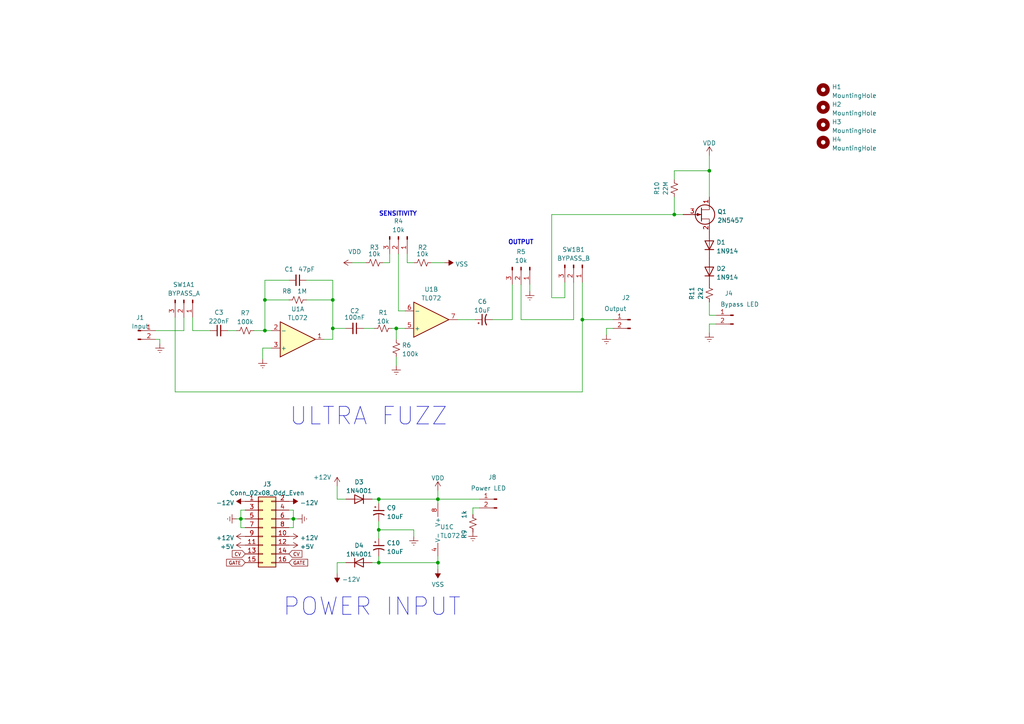
<source format=kicad_sch>
(kicad_sch (version 20211123) (generator eeschema)

  (uuid 8ec51121-6d80-4ad3-8ed7-33d09e783996)

  (paper "A4")

  (lib_symbols
    (symbol "Amplifier_Operational:TL072" (pin_names (offset 0.127)) (in_bom yes) (on_board yes)
      (property "Reference" "U" (id 0) (at 0 5.08 0)
        (effects (font (size 1.27 1.27)) (justify left))
      )
      (property "Value" "TL072" (id 1) (at 0 -5.08 0)
        (effects (font (size 1.27 1.27)) (justify left))
      )
      (property "Footprint" "" (id 2) (at 0 0 0)
        (effects (font (size 1.27 1.27)) hide)
      )
      (property "Datasheet" "http://www.ti.com/lit/ds/symlink/tl071.pdf" (id 3) (at 0 0 0)
        (effects (font (size 1.27 1.27)) hide)
      )
      (property "ki_locked" "" (id 4) (at 0 0 0)
        (effects (font (size 1.27 1.27)))
      )
      (property "ki_keywords" "dual opamp" (id 5) (at 0 0 0)
        (effects (font (size 1.27 1.27)) hide)
      )
      (property "ki_description" "Dual Low-Noise JFET-Input Operational Amplifiers, DIP-8/SOIC-8" (id 6) (at 0 0 0)
        (effects (font (size 1.27 1.27)) hide)
      )
      (property "ki_fp_filters" "SOIC*3.9x4.9mm*P1.27mm* DIP*W7.62mm* TO*99* OnSemi*Micro8* TSSOP*3x3mm*P0.65mm* TSSOP*4.4x3mm*P0.65mm* MSOP*3x3mm*P0.65mm* SSOP*3.9x4.9mm*P0.635mm* LFCSP*2x2mm*P0.5mm* *SIP* SOIC*5.3x6.2mm*P1.27mm*" (id 7) (at 0 0 0)
        (effects (font (size 1.27 1.27)) hide)
      )
      (symbol "TL072_1_1"
        (polyline
          (pts
            (xy -5.08 5.08)
            (xy 5.08 0)
            (xy -5.08 -5.08)
            (xy -5.08 5.08)
          )
          (stroke (width 0.254) (type default) (color 0 0 0 0))
          (fill (type background))
        )
        (pin output line (at 7.62 0 180) (length 2.54)
          (name "~" (effects (font (size 1.27 1.27))))
          (number "1" (effects (font (size 1.27 1.27))))
        )
        (pin input line (at -7.62 -2.54 0) (length 2.54)
          (name "-" (effects (font (size 1.27 1.27))))
          (number "2" (effects (font (size 1.27 1.27))))
        )
        (pin input line (at -7.62 2.54 0) (length 2.54)
          (name "+" (effects (font (size 1.27 1.27))))
          (number "3" (effects (font (size 1.27 1.27))))
        )
      )
      (symbol "TL072_2_1"
        (polyline
          (pts
            (xy -5.08 5.08)
            (xy 5.08 0)
            (xy -5.08 -5.08)
            (xy -5.08 5.08)
          )
          (stroke (width 0.254) (type default) (color 0 0 0 0))
          (fill (type background))
        )
        (pin input line (at -7.62 2.54 0) (length 2.54)
          (name "+" (effects (font (size 1.27 1.27))))
          (number "5" (effects (font (size 1.27 1.27))))
        )
        (pin input line (at -7.62 -2.54 0) (length 2.54)
          (name "-" (effects (font (size 1.27 1.27))))
          (number "6" (effects (font (size 1.27 1.27))))
        )
        (pin output line (at 7.62 0 180) (length 2.54)
          (name "~" (effects (font (size 1.27 1.27))))
          (number "7" (effects (font (size 1.27 1.27))))
        )
      )
      (symbol "TL072_3_1"
        (pin power_in line (at -2.54 -7.62 90) (length 3.81)
          (name "V-" (effects (font (size 1.27 1.27))))
          (number "4" (effects (font (size 1.27 1.27))))
        )
        (pin power_in line (at -2.54 7.62 270) (length 3.81)
          (name "V+" (effects (font (size 1.27 1.27))))
          (number "8" (effects (font (size 1.27 1.27))))
        )
      )
    )
    (symbol "Connector:Conn_01x02_Male" (pin_names (offset 1.016) hide) (in_bom yes) (on_board yes)
      (property "Reference" "J" (id 0) (at 0 2.54 0)
        (effects (font (size 1.27 1.27)))
      )
      (property "Value" "Conn_01x02_Male" (id 1) (at 0 -5.08 0)
        (effects (font (size 1.27 1.27)))
      )
      (property "Footprint" "" (id 2) (at 0 0 0)
        (effects (font (size 1.27 1.27)) hide)
      )
      (property "Datasheet" "~" (id 3) (at 0 0 0)
        (effects (font (size 1.27 1.27)) hide)
      )
      (property "ki_keywords" "connector" (id 4) (at 0 0 0)
        (effects (font (size 1.27 1.27)) hide)
      )
      (property "ki_description" "Generic connector, single row, 01x02, script generated (kicad-library-utils/schlib/autogen/connector/)" (id 5) (at 0 0 0)
        (effects (font (size 1.27 1.27)) hide)
      )
      (property "ki_fp_filters" "Connector*:*_1x??_*" (id 6) (at 0 0 0)
        (effects (font (size 1.27 1.27)) hide)
      )
      (symbol "Conn_01x02_Male_1_1"
        (polyline
          (pts
            (xy 1.27 -2.54)
            (xy 0.8636 -2.54)
          )
          (stroke (width 0.1524) (type default) (color 0 0 0 0))
          (fill (type none))
        )
        (polyline
          (pts
            (xy 1.27 0)
            (xy 0.8636 0)
          )
          (stroke (width 0.1524) (type default) (color 0 0 0 0))
          (fill (type none))
        )
        (rectangle (start 0.8636 -2.413) (end 0 -2.667)
          (stroke (width 0.1524) (type default) (color 0 0 0 0))
          (fill (type outline))
        )
        (rectangle (start 0.8636 0.127) (end 0 -0.127)
          (stroke (width 0.1524) (type default) (color 0 0 0 0))
          (fill (type outline))
        )
        (pin passive line (at 5.08 0 180) (length 3.81)
          (name "Pin_1" (effects (font (size 1.27 1.27))))
          (number "1" (effects (font (size 1.27 1.27))))
        )
        (pin passive line (at 5.08 -2.54 180) (length 3.81)
          (name "Pin_2" (effects (font (size 1.27 1.27))))
          (number "2" (effects (font (size 1.27 1.27))))
        )
      )
    )
    (symbol "Connector:Conn_01x03_Male" (pin_names (offset 1.016) hide) (in_bom yes) (on_board yes)
      (property "Reference" "J" (id 0) (at 0 5.08 0)
        (effects (font (size 1.27 1.27)))
      )
      (property "Value" "Conn_01x03_Male" (id 1) (at 0 -5.08 0)
        (effects (font (size 1.27 1.27)))
      )
      (property "Footprint" "" (id 2) (at 0 0 0)
        (effects (font (size 1.27 1.27)) hide)
      )
      (property "Datasheet" "~" (id 3) (at 0 0 0)
        (effects (font (size 1.27 1.27)) hide)
      )
      (property "ki_keywords" "connector" (id 4) (at 0 0 0)
        (effects (font (size 1.27 1.27)) hide)
      )
      (property "ki_description" "Generic connector, single row, 01x03, script generated (kicad-library-utils/schlib/autogen/connector/)" (id 5) (at 0 0 0)
        (effects (font (size 1.27 1.27)) hide)
      )
      (property "ki_fp_filters" "Connector*:*_1x??_*" (id 6) (at 0 0 0)
        (effects (font (size 1.27 1.27)) hide)
      )
      (symbol "Conn_01x03_Male_1_1"
        (polyline
          (pts
            (xy 1.27 -2.54)
            (xy 0.8636 -2.54)
          )
          (stroke (width 0.1524) (type default) (color 0 0 0 0))
          (fill (type none))
        )
        (polyline
          (pts
            (xy 1.27 0)
            (xy 0.8636 0)
          )
          (stroke (width 0.1524) (type default) (color 0 0 0 0))
          (fill (type none))
        )
        (polyline
          (pts
            (xy 1.27 2.54)
            (xy 0.8636 2.54)
          )
          (stroke (width 0.1524) (type default) (color 0 0 0 0))
          (fill (type none))
        )
        (rectangle (start 0.8636 -2.413) (end 0 -2.667)
          (stroke (width 0.1524) (type default) (color 0 0 0 0))
          (fill (type outline))
        )
        (rectangle (start 0.8636 0.127) (end 0 -0.127)
          (stroke (width 0.1524) (type default) (color 0 0 0 0))
          (fill (type outline))
        )
        (rectangle (start 0.8636 2.667) (end 0 2.413)
          (stroke (width 0.1524) (type default) (color 0 0 0 0))
          (fill (type outline))
        )
        (pin passive line (at 5.08 2.54 180) (length 3.81)
          (name "Pin_1" (effects (font (size 1.27 1.27))))
          (number "1" (effects (font (size 1.27 1.27))))
        )
        (pin passive line (at 5.08 0 180) (length 3.81)
          (name "Pin_2" (effects (font (size 1.27 1.27))))
          (number "2" (effects (font (size 1.27 1.27))))
        )
        (pin passive line (at 5.08 -2.54 180) (length 3.81)
          (name "Pin_3" (effects (font (size 1.27 1.27))))
          (number "3" (effects (font (size 1.27 1.27))))
        )
      )
    )
    (symbol "Connector_Generic:Conn_02x08_Odd_Even" (pin_names (offset 1.016) hide) (in_bom yes) (on_board yes)
      (property "Reference" "J" (id 0) (at 1.27 10.16 0)
        (effects (font (size 1.27 1.27)))
      )
      (property "Value" "Conn_02x08_Odd_Even" (id 1) (at 1.27 -12.7 0)
        (effects (font (size 1.27 1.27)))
      )
      (property "Footprint" "" (id 2) (at 0 0 0)
        (effects (font (size 1.27 1.27)) hide)
      )
      (property "Datasheet" "~" (id 3) (at 0 0 0)
        (effects (font (size 1.27 1.27)) hide)
      )
      (property "ki_keywords" "connector" (id 4) (at 0 0 0)
        (effects (font (size 1.27 1.27)) hide)
      )
      (property "ki_description" "Generic connector, double row, 02x08, odd/even pin numbering scheme (row 1 odd numbers, row 2 even numbers), script generated (kicad-library-utils/schlib/autogen/connector/)" (id 5) (at 0 0 0)
        (effects (font (size 1.27 1.27)) hide)
      )
      (property "ki_fp_filters" "Connector*:*_2x??_*" (id 6) (at 0 0 0)
        (effects (font (size 1.27 1.27)) hide)
      )
      (symbol "Conn_02x08_Odd_Even_1_1"
        (rectangle (start -1.27 -10.033) (end 0 -10.287)
          (stroke (width 0.1524) (type default) (color 0 0 0 0))
          (fill (type none))
        )
        (rectangle (start -1.27 -7.493) (end 0 -7.747)
          (stroke (width 0.1524) (type default) (color 0 0 0 0))
          (fill (type none))
        )
        (rectangle (start -1.27 -4.953) (end 0 -5.207)
          (stroke (width 0.1524) (type default) (color 0 0 0 0))
          (fill (type none))
        )
        (rectangle (start -1.27 -2.413) (end 0 -2.667)
          (stroke (width 0.1524) (type default) (color 0 0 0 0))
          (fill (type none))
        )
        (rectangle (start -1.27 0.127) (end 0 -0.127)
          (stroke (width 0.1524) (type default) (color 0 0 0 0))
          (fill (type none))
        )
        (rectangle (start -1.27 2.667) (end 0 2.413)
          (stroke (width 0.1524) (type default) (color 0 0 0 0))
          (fill (type none))
        )
        (rectangle (start -1.27 5.207) (end 0 4.953)
          (stroke (width 0.1524) (type default) (color 0 0 0 0))
          (fill (type none))
        )
        (rectangle (start -1.27 7.747) (end 0 7.493)
          (stroke (width 0.1524) (type default) (color 0 0 0 0))
          (fill (type none))
        )
        (rectangle (start -1.27 8.89) (end 3.81 -11.43)
          (stroke (width 0.254) (type default) (color 0 0 0 0))
          (fill (type background))
        )
        (rectangle (start 3.81 -10.033) (end 2.54 -10.287)
          (stroke (width 0.1524) (type default) (color 0 0 0 0))
          (fill (type none))
        )
        (rectangle (start 3.81 -7.493) (end 2.54 -7.747)
          (stroke (width 0.1524) (type default) (color 0 0 0 0))
          (fill (type none))
        )
        (rectangle (start 3.81 -4.953) (end 2.54 -5.207)
          (stroke (width 0.1524) (type default) (color 0 0 0 0))
          (fill (type none))
        )
        (rectangle (start 3.81 -2.413) (end 2.54 -2.667)
          (stroke (width 0.1524) (type default) (color 0 0 0 0))
          (fill (type none))
        )
        (rectangle (start 3.81 0.127) (end 2.54 -0.127)
          (stroke (width 0.1524) (type default) (color 0 0 0 0))
          (fill (type none))
        )
        (rectangle (start 3.81 2.667) (end 2.54 2.413)
          (stroke (width 0.1524) (type default) (color 0 0 0 0))
          (fill (type none))
        )
        (rectangle (start 3.81 5.207) (end 2.54 4.953)
          (stroke (width 0.1524) (type default) (color 0 0 0 0))
          (fill (type none))
        )
        (rectangle (start 3.81 7.747) (end 2.54 7.493)
          (stroke (width 0.1524) (type default) (color 0 0 0 0))
          (fill (type none))
        )
        (pin passive line (at -5.08 7.62 0) (length 3.81)
          (name "Pin_1" (effects (font (size 1.27 1.27))))
          (number "1" (effects (font (size 1.27 1.27))))
        )
        (pin passive line (at 7.62 -2.54 180) (length 3.81)
          (name "Pin_10" (effects (font (size 1.27 1.27))))
          (number "10" (effects (font (size 1.27 1.27))))
        )
        (pin passive line (at -5.08 -5.08 0) (length 3.81)
          (name "Pin_11" (effects (font (size 1.27 1.27))))
          (number "11" (effects (font (size 1.27 1.27))))
        )
        (pin passive line (at 7.62 -5.08 180) (length 3.81)
          (name "Pin_12" (effects (font (size 1.27 1.27))))
          (number "12" (effects (font (size 1.27 1.27))))
        )
        (pin passive line (at -5.08 -7.62 0) (length 3.81)
          (name "Pin_13" (effects (font (size 1.27 1.27))))
          (number "13" (effects (font (size 1.27 1.27))))
        )
        (pin passive line (at 7.62 -7.62 180) (length 3.81)
          (name "Pin_14" (effects (font (size 1.27 1.27))))
          (number "14" (effects (font (size 1.27 1.27))))
        )
        (pin passive line (at -5.08 -10.16 0) (length 3.81)
          (name "Pin_15" (effects (font (size 1.27 1.27))))
          (number "15" (effects (font (size 1.27 1.27))))
        )
        (pin passive line (at 7.62 -10.16 180) (length 3.81)
          (name "Pin_16" (effects (font (size 1.27 1.27))))
          (number "16" (effects (font (size 1.27 1.27))))
        )
        (pin passive line (at 7.62 7.62 180) (length 3.81)
          (name "Pin_2" (effects (font (size 1.27 1.27))))
          (number "2" (effects (font (size 1.27 1.27))))
        )
        (pin passive line (at -5.08 5.08 0) (length 3.81)
          (name "Pin_3" (effects (font (size 1.27 1.27))))
          (number "3" (effects (font (size 1.27 1.27))))
        )
        (pin passive line (at 7.62 5.08 180) (length 3.81)
          (name "Pin_4" (effects (font (size 1.27 1.27))))
          (number "4" (effects (font (size 1.27 1.27))))
        )
        (pin passive line (at -5.08 2.54 0) (length 3.81)
          (name "Pin_5" (effects (font (size 1.27 1.27))))
          (number "5" (effects (font (size 1.27 1.27))))
        )
        (pin passive line (at 7.62 2.54 180) (length 3.81)
          (name "Pin_6" (effects (font (size 1.27 1.27))))
          (number "6" (effects (font (size 1.27 1.27))))
        )
        (pin passive line (at -5.08 0 0) (length 3.81)
          (name "Pin_7" (effects (font (size 1.27 1.27))))
          (number "7" (effects (font (size 1.27 1.27))))
        )
        (pin passive line (at 7.62 0 180) (length 3.81)
          (name "Pin_8" (effects (font (size 1.27 1.27))))
          (number "8" (effects (font (size 1.27 1.27))))
        )
        (pin passive line (at -5.08 -2.54 0) (length 3.81)
          (name "Pin_9" (effects (font (size 1.27 1.27))))
          (number "9" (effects (font (size 1.27 1.27))))
        )
      )
    )
    (symbol "Device:C_Polarized_Small_US" (pin_numbers hide) (pin_names (offset 0.254) hide) (in_bom yes) (on_board yes)
      (property "Reference" "C" (id 0) (at 0.254 1.778 0)
        (effects (font (size 1.27 1.27)) (justify left))
      )
      (property "Value" "C_Polarized_Small_US" (id 1) (at 0.254 -2.032 0)
        (effects (font (size 1.27 1.27)) (justify left))
      )
      (property "Footprint" "" (id 2) (at 0 0 0)
        (effects (font (size 1.27 1.27)) hide)
      )
      (property "Datasheet" "~" (id 3) (at 0 0 0)
        (effects (font (size 1.27 1.27)) hide)
      )
      (property "ki_keywords" "cap capacitor" (id 4) (at 0 0 0)
        (effects (font (size 1.27 1.27)) hide)
      )
      (property "ki_description" "Polarized capacitor, small US symbol" (id 5) (at 0 0 0)
        (effects (font (size 1.27 1.27)) hide)
      )
      (property "ki_fp_filters" "CP_*" (id 6) (at 0 0 0)
        (effects (font (size 1.27 1.27)) hide)
      )
      (symbol "C_Polarized_Small_US_0_1"
        (polyline
          (pts
            (xy -1.524 0.508)
            (xy 1.524 0.508)
          )
          (stroke (width 0.3048) (type default) (color 0 0 0 0))
          (fill (type none))
        )
        (polyline
          (pts
            (xy -1.27 1.524)
            (xy -0.762 1.524)
          )
          (stroke (width 0) (type default) (color 0 0 0 0))
          (fill (type none))
        )
        (polyline
          (pts
            (xy -1.016 1.27)
            (xy -1.016 1.778)
          )
          (stroke (width 0) (type default) (color 0 0 0 0))
          (fill (type none))
        )
        (arc (start 1.524 -0.762) (mid 0 -0.3734) (end -1.524 -0.762)
          (stroke (width 0.3048) (type default) (color 0 0 0 0))
          (fill (type none))
        )
      )
      (symbol "C_Polarized_Small_US_1_1"
        (pin passive line (at 0 2.54 270) (length 2.032)
          (name "~" (effects (font (size 1.27 1.27))))
          (number "1" (effects (font (size 1.27 1.27))))
        )
        (pin passive line (at 0 -2.54 90) (length 2.032)
          (name "~" (effects (font (size 1.27 1.27))))
          (number "2" (effects (font (size 1.27 1.27))))
        )
      )
    )
    (symbol "Device:C_Small" (pin_numbers hide) (pin_names (offset 0.254) hide) (in_bom yes) (on_board yes)
      (property "Reference" "C" (id 0) (at 0.254 1.778 0)
        (effects (font (size 1.27 1.27)) (justify left))
      )
      (property "Value" "C_Small" (id 1) (at 0.254 -2.032 0)
        (effects (font (size 1.27 1.27)) (justify left))
      )
      (property "Footprint" "" (id 2) (at 0 0 0)
        (effects (font (size 1.27 1.27)) hide)
      )
      (property "Datasheet" "~" (id 3) (at 0 0 0)
        (effects (font (size 1.27 1.27)) hide)
      )
      (property "ki_keywords" "capacitor cap" (id 4) (at 0 0 0)
        (effects (font (size 1.27 1.27)) hide)
      )
      (property "ki_description" "Unpolarized capacitor, small symbol" (id 5) (at 0 0 0)
        (effects (font (size 1.27 1.27)) hide)
      )
      (property "ki_fp_filters" "C_*" (id 6) (at 0 0 0)
        (effects (font (size 1.27 1.27)) hide)
      )
      (symbol "C_Small_0_1"
        (polyline
          (pts
            (xy -1.524 -0.508)
            (xy 1.524 -0.508)
          )
          (stroke (width 0.3302) (type default) (color 0 0 0 0))
          (fill (type none))
        )
        (polyline
          (pts
            (xy -1.524 0.508)
            (xy 1.524 0.508)
          )
          (stroke (width 0.3048) (type default) (color 0 0 0 0))
          (fill (type none))
        )
      )
      (symbol "C_Small_1_1"
        (pin passive line (at 0 2.54 270) (length 2.032)
          (name "~" (effects (font (size 1.27 1.27))))
          (number "1" (effects (font (size 1.27 1.27))))
        )
        (pin passive line (at 0 -2.54 90) (length 2.032)
          (name "~" (effects (font (size 1.27 1.27))))
          (number "2" (effects (font (size 1.27 1.27))))
        )
      )
    )
    (symbol "Device:Q_NJFET_DSG" (pin_names (offset 0) hide) (in_bom yes) (on_board yes)
      (property "Reference" "Q" (id 0) (at 5.08 1.27 0)
        (effects (font (size 1.27 1.27)) (justify left))
      )
      (property "Value" "Q_NJFET_DSG" (id 1) (at 5.08 -1.27 0)
        (effects (font (size 1.27 1.27)) (justify left))
      )
      (property "Footprint" "" (id 2) (at 5.08 2.54 0)
        (effects (font (size 1.27 1.27)) hide)
      )
      (property "Datasheet" "~" (id 3) (at 0 0 0)
        (effects (font (size 1.27 1.27)) hide)
      )
      (property "ki_keywords" "transistor NJFET N-JFET" (id 4) (at 0 0 0)
        (effects (font (size 1.27 1.27)) hide)
      )
      (property "ki_description" "N-JFET transistor, drain/source/gate" (id 5) (at 0 0 0)
        (effects (font (size 1.27 1.27)) hide)
      )
      (symbol "Q_NJFET_DSG_0_1"
        (polyline
          (pts
            (xy 0.254 1.905)
            (xy 0.254 -1.905)
            (xy 0.254 -1.905)
          )
          (stroke (width 0.254) (type default) (color 0 0 0 0))
          (fill (type none))
        )
        (polyline
          (pts
            (xy 2.54 -2.54)
            (xy 2.54 -1.27)
            (xy 0.254 -1.27)
          )
          (stroke (width 0) (type default) (color 0 0 0 0))
          (fill (type none))
        )
        (polyline
          (pts
            (xy 2.54 2.54)
            (xy 2.54 1.397)
            (xy 0.254 1.397)
          )
          (stroke (width 0) (type default) (color 0 0 0 0))
          (fill (type none))
        )
        (polyline
          (pts
            (xy 0 0)
            (xy -1.016 0.381)
            (xy -1.016 -0.381)
            (xy 0 0)
          )
          (stroke (width 0) (type default) (color 0 0 0 0))
          (fill (type outline))
        )
        (circle (center 1.27 0) (radius 2.8194)
          (stroke (width 0.254) (type default) (color 0 0 0 0))
          (fill (type none))
        )
      )
      (symbol "Q_NJFET_DSG_1_1"
        (pin passive line (at 2.54 5.08 270) (length 2.54)
          (name "D" (effects (font (size 1.27 1.27))))
          (number "1" (effects (font (size 1.27 1.27))))
        )
        (pin passive line (at 2.54 -5.08 90) (length 2.54)
          (name "S" (effects (font (size 1.27 1.27))))
          (number "2" (effects (font (size 1.27 1.27))))
        )
        (pin input line (at -5.08 0 0) (length 5.334)
          (name "G" (effects (font (size 1.27 1.27))))
          (number "3" (effects (font (size 1.27 1.27))))
        )
      )
    )
    (symbol "Device:R_Small_US" (pin_numbers hide) (pin_names (offset 0.254) hide) (in_bom yes) (on_board yes)
      (property "Reference" "R" (id 0) (at 0.762 0.508 0)
        (effects (font (size 1.27 1.27)) (justify left))
      )
      (property "Value" "R_Small_US" (id 1) (at 0.762 -1.016 0)
        (effects (font (size 1.27 1.27)) (justify left))
      )
      (property "Footprint" "" (id 2) (at 0 0 0)
        (effects (font (size 1.27 1.27)) hide)
      )
      (property "Datasheet" "~" (id 3) (at 0 0 0)
        (effects (font (size 1.27 1.27)) hide)
      )
      (property "ki_keywords" "r resistor" (id 4) (at 0 0 0)
        (effects (font (size 1.27 1.27)) hide)
      )
      (property "ki_description" "Resistor, small US symbol" (id 5) (at 0 0 0)
        (effects (font (size 1.27 1.27)) hide)
      )
      (property "ki_fp_filters" "R_*" (id 6) (at 0 0 0)
        (effects (font (size 1.27 1.27)) hide)
      )
      (symbol "R_Small_US_1_1"
        (polyline
          (pts
            (xy 0 0)
            (xy 1.016 -0.381)
            (xy 0 -0.762)
            (xy -1.016 -1.143)
            (xy 0 -1.524)
          )
          (stroke (width 0) (type default) (color 0 0 0 0))
          (fill (type none))
        )
        (polyline
          (pts
            (xy 0 1.524)
            (xy 1.016 1.143)
            (xy 0 0.762)
            (xy -1.016 0.381)
            (xy 0 0)
          )
          (stroke (width 0) (type default) (color 0 0 0 0))
          (fill (type none))
        )
        (pin passive line (at 0 2.54 270) (length 1.016)
          (name "~" (effects (font (size 1.27 1.27))))
          (number "1" (effects (font (size 1.27 1.27))))
        )
        (pin passive line (at 0 -2.54 90) (length 1.016)
          (name "~" (effects (font (size 1.27 1.27))))
          (number "2" (effects (font (size 1.27 1.27))))
        )
      )
    )
    (symbol "Diode:1N4001" (pin_numbers hide) (pin_names (offset 1.016) hide) (in_bom yes) (on_board yes)
      (property "Reference" "D" (id 0) (at 0 2.54 0)
        (effects (font (size 1.27 1.27)))
      )
      (property "Value" "1N4001" (id 1) (at 0 -2.54 0)
        (effects (font (size 1.27 1.27)))
      )
      (property "Footprint" "Diode_THT:D_DO-41_SOD81_P10.16mm_Horizontal" (id 2) (at 0 -4.445 0)
        (effects (font (size 1.27 1.27)) hide)
      )
      (property "Datasheet" "http://www.vishay.com/docs/88503/1n4001.pdf" (id 3) (at 0 0 0)
        (effects (font (size 1.27 1.27)) hide)
      )
      (property "ki_keywords" "diode" (id 4) (at 0 0 0)
        (effects (font (size 1.27 1.27)) hide)
      )
      (property "ki_description" "50V 1A General Purpose Rectifier Diode, DO-41" (id 5) (at 0 0 0)
        (effects (font (size 1.27 1.27)) hide)
      )
      (property "ki_fp_filters" "D*DO?41*" (id 6) (at 0 0 0)
        (effects (font (size 1.27 1.27)) hide)
      )
      (symbol "1N4001_0_1"
        (polyline
          (pts
            (xy -1.27 1.27)
            (xy -1.27 -1.27)
          )
          (stroke (width 0.254) (type default) (color 0 0 0 0))
          (fill (type none))
        )
        (polyline
          (pts
            (xy 1.27 0)
            (xy -1.27 0)
          )
          (stroke (width 0) (type default) (color 0 0 0 0))
          (fill (type none))
        )
        (polyline
          (pts
            (xy 1.27 1.27)
            (xy 1.27 -1.27)
            (xy -1.27 0)
            (xy 1.27 1.27)
          )
          (stroke (width 0.254) (type default) (color 0 0 0 0))
          (fill (type none))
        )
      )
      (symbol "1N4001_1_1"
        (pin passive line (at -3.81 0 0) (length 2.54)
          (name "K" (effects (font (size 1.27 1.27))))
          (number "1" (effects (font (size 1.27 1.27))))
        )
        (pin passive line (at 3.81 0 180) (length 2.54)
          (name "A" (effects (font (size 1.27 1.27))))
          (number "2" (effects (font (size 1.27 1.27))))
        )
      )
    )
    (symbol "Diode:1N914" (pin_numbers hide) (pin_names (offset 1.016) hide) (in_bom yes) (on_board yes)
      (property "Reference" "D" (id 0) (at 0 2.54 0)
        (effects (font (size 1.27 1.27)))
      )
      (property "Value" "1N914" (id 1) (at 0 -2.54 0)
        (effects (font (size 1.27 1.27)))
      )
      (property "Footprint" "Diode_THT:D_DO-35_SOD27_P7.62mm_Horizontal" (id 2) (at 0 -4.445 0)
        (effects (font (size 1.27 1.27)) hide)
      )
      (property "Datasheet" "http://www.vishay.com/docs/85622/1n914.pdf" (id 3) (at 0 0 0)
        (effects (font (size 1.27 1.27)) hide)
      )
      (property "ki_keywords" "diode" (id 4) (at 0 0 0)
        (effects (font (size 1.27 1.27)) hide)
      )
      (property "ki_description" "100V 0.3A Small Signal Fast Switching Diode, DO-35" (id 5) (at 0 0 0)
        (effects (font (size 1.27 1.27)) hide)
      )
      (property "ki_fp_filters" "D*DO?35*" (id 6) (at 0 0 0)
        (effects (font (size 1.27 1.27)) hide)
      )
      (symbol "1N914_0_1"
        (polyline
          (pts
            (xy -1.27 1.27)
            (xy -1.27 -1.27)
          )
          (stroke (width 0.254) (type default) (color 0 0 0 0))
          (fill (type none))
        )
        (polyline
          (pts
            (xy 1.27 0)
            (xy -1.27 0)
          )
          (stroke (width 0) (type default) (color 0 0 0 0))
          (fill (type none))
        )
        (polyline
          (pts
            (xy 1.27 1.27)
            (xy 1.27 -1.27)
            (xy -1.27 0)
            (xy 1.27 1.27)
          )
          (stroke (width 0.254) (type default) (color 0 0 0 0))
          (fill (type none))
        )
      )
      (symbol "1N914_1_1"
        (pin passive line (at -3.81 0 0) (length 2.54)
          (name "K" (effects (font (size 1.27 1.27))))
          (number "1" (effects (font (size 1.27 1.27))))
        )
        (pin passive line (at 3.81 0 180) (length 2.54)
          (name "A" (effects (font (size 1.27 1.27))))
          (number "2" (effects (font (size 1.27 1.27))))
        )
      )
    )
    (symbol "Mechanical:MountingHole" (pin_names (offset 1.016)) (in_bom yes) (on_board yes)
      (property "Reference" "H" (id 0) (at 0 5.08 0)
        (effects (font (size 1.27 1.27)))
      )
      (property "Value" "MountingHole" (id 1) (at 0 3.175 0)
        (effects (font (size 1.27 1.27)))
      )
      (property "Footprint" "" (id 2) (at 0 0 0)
        (effects (font (size 1.27 1.27)) hide)
      )
      (property "Datasheet" "~" (id 3) (at 0 0 0)
        (effects (font (size 1.27 1.27)) hide)
      )
      (property "ki_keywords" "mounting hole" (id 4) (at 0 0 0)
        (effects (font (size 1.27 1.27)) hide)
      )
      (property "ki_description" "Mounting Hole without connection" (id 5) (at 0 0 0)
        (effects (font (size 1.27 1.27)) hide)
      )
      (property "ki_fp_filters" "MountingHole*" (id 6) (at 0 0 0)
        (effects (font (size 1.27 1.27)) hide)
      )
      (symbol "MountingHole_0_1"
        (circle (center 0 0) (radius 1.27)
          (stroke (width 1.27) (type default) (color 0 0 0 0))
          (fill (type none))
        )
      )
    )
    (symbol "power:+12V" (power) (pin_names (offset 0)) (in_bom yes) (on_board yes)
      (property "Reference" "#PWR" (id 0) (at 0 -3.81 0)
        (effects (font (size 1.27 1.27)) hide)
      )
      (property "Value" "+12V" (id 1) (at 0 3.556 0)
        (effects (font (size 1.27 1.27)))
      )
      (property "Footprint" "" (id 2) (at 0 0 0)
        (effects (font (size 1.27 1.27)) hide)
      )
      (property "Datasheet" "" (id 3) (at 0 0 0)
        (effects (font (size 1.27 1.27)) hide)
      )
      (property "ki_keywords" "power-flag" (id 4) (at 0 0 0)
        (effects (font (size 1.27 1.27)) hide)
      )
      (property "ki_description" "Power symbol creates a global label with name \"+12V\"" (id 5) (at 0 0 0)
        (effects (font (size 1.27 1.27)) hide)
      )
      (symbol "+12V_0_1"
        (polyline
          (pts
            (xy -0.762 1.27)
            (xy 0 2.54)
          )
          (stroke (width 0) (type default) (color 0 0 0 0))
          (fill (type none))
        )
        (polyline
          (pts
            (xy 0 0)
            (xy 0 2.54)
          )
          (stroke (width 0) (type default) (color 0 0 0 0))
          (fill (type none))
        )
        (polyline
          (pts
            (xy 0 2.54)
            (xy 0.762 1.27)
          )
          (stroke (width 0) (type default) (color 0 0 0 0))
          (fill (type none))
        )
      )
      (symbol "+12V_1_1"
        (pin power_in line (at 0 0 90) (length 0) hide
          (name "+12V" (effects (font (size 1.27 1.27))))
          (number "1" (effects (font (size 1.27 1.27))))
        )
      )
    )
    (symbol "power:+5V" (power) (pin_names (offset 0)) (in_bom yes) (on_board yes)
      (property "Reference" "#PWR" (id 0) (at 0 -3.81 0)
        (effects (font (size 1.27 1.27)) hide)
      )
      (property "Value" "+5V" (id 1) (at 0 3.556 0)
        (effects (font (size 1.27 1.27)))
      )
      (property "Footprint" "" (id 2) (at 0 0 0)
        (effects (font (size 1.27 1.27)) hide)
      )
      (property "Datasheet" "" (id 3) (at 0 0 0)
        (effects (font (size 1.27 1.27)) hide)
      )
      (property "ki_keywords" "power-flag" (id 4) (at 0 0 0)
        (effects (font (size 1.27 1.27)) hide)
      )
      (property "ki_description" "Power symbol creates a global label with name \"+5V\"" (id 5) (at 0 0 0)
        (effects (font (size 1.27 1.27)) hide)
      )
      (symbol "+5V_0_1"
        (polyline
          (pts
            (xy -0.762 1.27)
            (xy 0 2.54)
          )
          (stroke (width 0) (type default) (color 0 0 0 0))
          (fill (type none))
        )
        (polyline
          (pts
            (xy 0 0)
            (xy 0 2.54)
          )
          (stroke (width 0) (type default) (color 0 0 0 0))
          (fill (type none))
        )
        (polyline
          (pts
            (xy 0 2.54)
            (xy 0.762 1.27)
          )
          (stroke (width 0) (type default) (color 0 0 0 0))
          (fill (type none))
        )
      )
      (symbol "+5V_1_1"
        (pin power_in line (at 0 0 90) (length 0) hide
          (name "+5V" (effects (font (size 1.27 1.27))))
          (number "1" (effects (font (size 1.27 1.27))))
        )
      )
    )
    (symbol "power:-12V" (power) (pin_names (offset 0)) (in_bom yes) (on_board yes)
      (property "Reference" "#PWR" (id 0) (at 0 2.54 0)
        (effects (font (size 1.27 1.27)) hide)
      )
      (property "Value" "-12V" (id 1) (at 0 3.81 0)
        (effects (font (size 1.27 1.27)))
      )
      (property "Footprint" "" (id 2) (at 0 0 0)
        (effects (font (size 1.27 1.27)) hide)
      )
      (property "Datasheet" "" (id 3) (at 0 0 0)
        (effects (font (size 1.27 1.27)) hide)
      )
      (property "ki_keywords" "power-flag" (id 4) (at 0 0 0)
        (effects (font (size 1.27 1.27)) hide)
      )
      (property "ki_description" "Power symbol creates a global label with name \"-12V\"" (id 5) (at 0 0 0)
        (effects (font (size 1.27 1.27)) hide)
      )
      (symbol "-12V_0_0"
        (pin power_in line (at 0 0 90) (length 0) hide
          (name "-12V" (effects (font (size 1.27 1.27))))
          (number "1" (effects (font (size 1.27 1.27))))
        )
      )
      (symbol "-12V_0_1"
        (polyline
          (pts
            (xy 0 0)
            (xy 0 1.27)
            (xy 0.762 1.27)
            (xy 0 2.54)
            (xy -0.762 1.27)
            (xy 0 1.27)
          )
          (stroke (width 0) (type default) (color 0 0 0 0))
          (fill (type outline))
        )
      )
    )
    (symbol "power:Earth" (power) (pin_names (offset 0)) (in_bom yes) (on_board yes)
      (property "Reference" "#PWR" (id 0) (at 0 -6.35 0)
        (effects (font (size 1.27 1.27)) hide)
      )
      (property "Value" "Earth" (id 1) (at 0 -3.81 0)
        (effects (font (size 1.27 1.27)) hide)
      )
      (property "Footprint" "" (id 2) (at 0 0 0)
        (effects (font (size 1.27 1.27)) hide)
      )
      (property "Datasheet" "~" (id 3) (at 0 0 0)
        (effects (font (size 1.27 1.27)) hide)
      )
      (property "ki_keywords" "power-flag ground gnd" (id 4) (at 0 0 0)
        (effects (font (size 1.27 1.27)) hide)
      )
      (property "ki_description" "Power symbol creates a global label with name \"Earth\"" (id 5) (at 0 0 0)
        (effects (font (size 1.27 1.27)) hide)
      )
      (symbol "Earth_0_1"
        (polyline
          (pts
            (xy -0.635 -1.905)
            (xy 0.635 -1.905)
          )
          (stroke (width 0) (type default) (color 0 0 0 0))
          (fill (type none))
        )
        (polyline
          (pts
            (xy -0.127 -2.54)
            (xy 0.127 -2.54)
          )
          (stroke (width 0) (type default) (color 0 0 0 0))
          (fill (type none))
        )
        (polyline
          (pts
            (xy 0 -1.27)
            (xy 0 0)
          )
          (stroke (width 0) (type default) (color 0 0 0 0))
          (fill (type none))
        )
        (polyline
          (pts
            (xy 1.27 -1.27)
            (xy -1.27 -1.27)
          )
          (stroke (width 0) (type default) (color 0 0 0 0))
          (fill (type none))
        )
      )
      (symbol "Earth_1_1"
        (pin power_in line (at 0 0 270) (length 0) hide
          (name "Earth" (effects (font (size 1.27 1.27))))
          (number "1" (effects (font (size 1.27 1.27))))
        )
      )
    )
    (symbol "power:VDD" (power) (pin_names (offset 0)) (in_bom yes) (on_board yes)
      (property "Reference" "#PWR" (id 0) (at 0 -3.81 0)
        (effects (font (size 1.27 1.27)) hide)
      )
      (property "Value" "VDD" (id 1) (at 0 3.81 0)
        (effects (font (size 1.27 1.27)))
      )
      (property "Footprint" "" (id 2) (at 0 0 0)
        (effects (font (size 1.27 1.27)) hide)
      )
      (property "Datasheet" "" (id 3) (at 0 0 0)
        (effects (font (size 1.27 1.27)) hide)
      )
      (property "ki_keywords" "power-flag" (id 4) (at 0 0 0)
        (effects (font (size 1.27 1.27)) hide)
      )
      (property "ki_description" "Power symbol creates a global label with name \"VDD\"" (id 5) (at 0 0 0)
        (effects (font (size 1.27 1.27)) hide)
      )
      (symbol "VDD_0_1"
        (polyline
          (pts
            (xy -0.762 1.27)
            (xy 0 2.54)
          )
          (stroke (width 0) (type default) (color 0 0 0 0))
          (fill (type none))
        )
        (polyline
          (pts
            (xy 0 0)
            (xy 0 2.54)
          )
          (stroke (width 0) (type default) (color 0 0 0 0))
          (fill (type none))
        )
        (polyline
          (pts
            (xy 0 2.54)
            (xy 0.762 1.27)
          )
          (stroke (width 0) (type default) (color 0 0 0 0))
          (fill (type none))
        )
      )
      (symbol "VDD_1_1"
        (pin power_in line (at 0 0 90) (length 0) hide
          (name "VDD" (effects (font (size 1.27 1.27))))
          (number "1" (effects (font (size 1.27 1.27))))
        )
      )
    )
    (symbol "power:VSS" (power) (pin_names (offset 0)) (in_bom yes) (on_board yes)
      (property "Reference" "#PWR" (id 0) (at 0 -3.81 0)
        (effects (font (size 1.27 1.27)) hide)
      )
      (property "Value" "VSS" (id 1) (at 0 3.81 0)
        (effects (font (size 1.27 1.27)))
      )
      (property "Footprint" "" (id 2) (at 0 0 0)
        (effects (font (size 1.27 1.27)) hide)
      )
      (property "Datasheet" "" (id 3) (at 0 0 0)
        (effects (font (size 1.27 1.27)) hide)
      )
      (property "ki_keywords" "power-flag" (id 4) (at 0 0 0)
        (effects (font (size 1.27 1.27)) hide)
      )
      (property "ki_description" "Power symbol creates a global label with name \"VSS\"" (id 5) (at 0 0 0)
        (effects (font (size 1.27 1.27)) hide)
      )
      (symbol "VSS_0_1"
        (polyline
          (pts
            (xy 0 0)
            (xy 0 2.54)
          )
          (stroke (width 0) (type default) (color 0 0 0 0))
          (fill (type none))
        )
        (polyline
          (pts
            (xy 0.762 1.27)
            (xy -0.762 1.27)
            (xy 0 2.54)
            (xy 0.762 1.27)
          )
          (stroke (width 0) (type default) (color 0 0 0 0))
          (fill (type outline))
        )
      )
      (symbol "VSS_1_1"
        (pin power_in line (at 0 0 90) (length 0) hide
          (name "VSS" (effects (font (size 1.27 1.27))))
          (number "1" (effects (font (size 1.27 1.27))))
        )
      )
    )
  )

  (junction (at 109.855 144.78) (diameter 0) (color 0 0 0 0)
    (uuid 271ecc1c-8497-4084-82eb-cbcb083bec6c)
  )
  (junction (at 76.835 86.995) (diameter 0) (color 0 0 0 0)
    (uuid 2b57b1b7-fcb9-4fcb-bda8-963a81d499b3)
  )
  (junction (at 114.935 95.25) (diameter 0) (color 0 0 0 0)
    (uuid 31dfbe91-1f4a-43ed-a913-46b2e6b36b55)
  )
  (junction (at 109.855 163.195) (diameter 0) (color 0 0 0 0)
    (uuid 37fac819-475d-46e9-88cc-28a7c7e932fe)
  )
  (junction (at 127 144.78) (diameter 0) (color 0 0 0 0)
    (uuid 44777790-ccaf-4cef-8234-3f51747dc3a2)
  )
  (junction (at 96.52 95.25) (diameter 0) (color 0 0 0 0)
    (uuid 6edec83a-d412-460d-a74d-fb369b00b9c8)
  )
  (junction (at 205.74 49.53) (diameter 0) (color 0 0 0 0)
    (uuid 7437e9a1-c16f-43e4-bbbf-0f9977ff8848)
  )
  (junction (at 96.52 86.995) (diameter 0) (color 0 0 0 0)
    (uuid 7596bbe9-0622-4976-9062-c4a66a3f4e74)
  )
  (junction (at 85.09 150.495) (diameter 0) (color 0 0 0 0)
    (uuid ad7e69f7-b6a8-4257-a1e2-36476163bd9d)
  )
  (junction (at 127 163.195) (diameter 0) (color 0 0 0 0)
    (uuid dab71fea-d6f0-42d5-8e42-c3c5d931c626)
  )
  (junction (at 76.835 95.885) (diameter 0) (color 0 0 0 0)
    (uuid dee6fb48-cc73-4a0b-9ae3-ca51c7042d9b)
  )
  (junction (at 168.91 92.71) (diameter 0) (color 0 0 0 0)
    (uuid e2517ba8-325e-44d1-abaa-fbf939f9d12b)
  )
  (junction (at 69.85 150.495) (diameter 0) (color 0 0 0 0)
    (uuid e57e1612-ce5d-4751-9f75-35ff0c475bcb)
  )
  (junction (at 195.58 62.23) (diameter 0) (color 0 0 0 0)
    (uuid f4ef9ea0-bf35-4ab8-8aad-fb82652534b6)
  )
  (junction (at 109.855 153.67) (diameter 0) (color 0 0 0 0)
    (uuid f7ab4208-cd91-4a67-97f0-ab5ae95c20ea)
  )

  (wire (pts (xy 205.74 91.44) (xy 207.645 91.44))
    (stroke (width 0) (type default) (color 0 0 0 0))
    (uuid 00dc27f1-0169-4690-a166-9fc502d6837f)
  )
  (wire (pts (xy 69.85 150.495) (xy 71.12 150.495))
    (stroke (width 0) (type default) (color 0 0 0 0))
    (uuid 021f6de7-be70-4eb3-b769-2fdebab2f7b6)
  )
  (wire (pts (xy 137.16 147.32) (xy 137.16 149.225))
    (stroke (width 0) (type default) (color 0 0 0 0))
    (uuid 063c66a3-f72e-48f6-a569-cb4a75dc0cc4)
  )
  (wire (pts (xy 96.52 86.995) (xy 96.52 95.25))
    (stroke (width 0) (type default) (color 0 0 0 0))
    (uuid 084087ec-71e7-4e0c-9500-8616f97b780e)
  )
  (wire (pts (xy 50.8 113.665) (xy 168.91 113.665))
    (stroke (width 0) (type default) (color 0 0 0 0))
    (uuid 0a0707da-ae3d-4bcc-95e3-308f2f87a391)
  )
  (wire (pts (xy 114.935 95.25) (xy 114.935 98.425))
    (stroke (width 0) (type default) (color 0 0 0 0))
    (uuid 0cbdd9ef-e25c-42ec-8b26-4428cfe79aaa)
  )
  (wire (pts (xy 168.91 92.71) (xy 168.91 81.915))
    (stroke (width 0) (type default) (color 0 0 0 0))
    (uuid 0fcad0ef-e3cc-49fc-a446-09cd35aab3ac)
  )
  (wire (pts (xy 85.09 150.495) (xy 85.09 153.035))
    (stroke (width 0) (type default) (color 0 0 0 0))
    (uuid 15a3644b-9383-47ea-aae0-a2260e1f0e8d)
  )
  (wire (pts (xy 117.475 90.17) (xy 115.57 90.17))
    (stroke (width 0) (type default) (color 0 0 0 0))
    (uuid 17aac1b0-1f33-4f91-9aa9-d525cbc4e9e3)
  )
  (wire (pts (xy 96.52 95.25) (xy 96.52 98.425))
    (stroke (width 0) (type default) (color 0 0 0 0))
    (uuid 1950910b-b33c-47da-afc7-4b17207b740d)
  )
  (wire (pts (xy 205.74 45.085) (xy 205.74 49.53))
    (stroke (width 0) (type default) (color 0 0 0 0))
    (uuid 1b45c140-1462-4440-8eb2-80ba8b6799ee)
  )
  (wire (pts (xy 83.82 147.955) (xy 85.09 147.955))
    (stroke (width 0) (type default) (color 0 0 0 0))
    (uuid 1dfb3221-f8ca-49fb-828d-22372b8f0185)
  )
  (wire (pts (xy 113.03 73.66) (xy 113.03 76.2))
    (stroke (width 0) (type default) (color 0 0 0 0))
    (uuid 1edb7a29-73bc-4c50-bbab-0c423c79dac6)
  )
  (wire (pts (xy 132.715 92.71) (xy 137.795 92.71))
    (stroke (width 0) (type default) (color 0 0 0 0))
    (uuid 248a06bd-56ec-47ee-8e57-7f0ee8a51e34)
  )
  (wire (pts (xy 109.855 144.78) (xy 127 144.78))
    (stroke (width 0) (type default) (color 0 0 0 0))
    (uuid 259bef9b-90b9-40a6-8112-acbbe9cdfe31)
  )
  (wire (pts (xy 55.88 95.885) (xy 60.96 95.885))
    (stroke (width 0) (type default) (color 0 0 0 0))
    (uuid 26d02d64-be6e-4423-98ba-47da56c4bc7e)
  )
  (wire (pts (xy 118.11 73.66) (xy 118.11 76.2))
    (stroke (width 0) (type default) (color 0 0 0 0))
    (uuid 2748c3e8-0e18-4c98-8a23-47b477b23db5)
  )
  (wire (pts (xy 127 142.24) (xy 127 144.78))
    (stroke (width 0) (type default) (color 0 0 0 0))
    (uuid 28ebfab6-7892-41d3-be2c-01a6de58e754)
  )
  (wire (pts (xy 100.33 95.25) (xy 96.52 95.25))
    (stroke (width 0) (type default) (color 0 0 0 0))
    (uuid 29b051f4-cc0b-49e5-9e55-9eb6884993d0)
  )
  (wire (pts (xy 76.835 86.995) (xy 83.82 86.995))
    (stroke (width 0) (type default) (color 0 0 0 0))
    (uuid 2d77f3f6-58b5-42b4-87ce-6bd9ea4a7b1a)
  )
  (wire (pts (xy 166.37 92.71) (xy 151.13 92.71))
    (stroke (width 0) (type default) (color 0 0 0 0))
    (uuid 329d1b5e-ccc7-40c3-8430-065bc8611b06)
  )
  (wire (pts (xy 109.855 144.78) (xy 109.855 146.05))
    (stroke (width 0) (type default) (color 0 0 0 0))
    (uuid 35612164-5e87-42e6-9ffa-30d6f9d097ca)
  )
  (wire (pts (xy 109.855 153.67) (xy 109.855 156.21))
    (stroke (width 0) (type default) (color 0 0 0 0))
    (uuid 36164bcb-6865-4b29-8a26-feb3f578f862)
  )
  (wire (pts (xy 76.2 100.965) (xy 76.2 104.14))
    (stroke (width 0) (type default) (color 0 0 0 0))
    (uuid 36951aa7-b574-41fe-8b87-412b46487b59)
  )
  (wire (pts (xy 160.02 62.23) (xy 160.02 86.36))
    (stroke (width 0) (type default) (color 0 0 0 0))
    (uuid 370590b0-c1e8-403d-93a8-8f060d21d15b)
  )
  (wire (pts (xy 127 144.78) (xy 127 146.05))
    (stroke (width 0) (type default) (color 0 0 0 0))
    (uuid 3a8e01ba-ccf2-4099-ada0-cce07496b2e8)
  )
  (wire (pts (xy 107.95 163.195) (xy 109.855 163.195))
    (stroke (width 0) (type default) (color 0 0 0 0))
    (uuid 3b0479d8-4a3c-4dcc-9159-d6c7e8e816bd)
  )
  (wire (pts (xy 125.095 76.2) (xy 128.905 76.2))
    (stroke (width 0) (type default) (color 0 0 0 0))
    (uuid 3c5c565d-2675-41bd-bf4e-185424ca1237)
  )
  (wire (pts (xy 107.95 144.78) (xy 109.855 144.78))
    (stroke (width 0) (type default) (color 0 0 0 0))
    (uuid 4435c616-6f84-42c4-b119-6da10bfe0faa)
  )
  (wire (pts (xy 88.9 86.995) (xy 96.52 86.995))
    (stroke (width 0) (type default) (color 0 0 0 0))
    (uuid 49324242-485b-4023-88e2-23818431f708)
  )
  (wire (pts (xy 69.85 147.955) (xy 71.12 147.955))
    (stroke (width 0) (type default) (color 0 0 0 0))
    (uuid 4cf623c3-a453-46b9-b867-84763f8d7676)
  )
  (wire (pts (xy 69.85 153.035) (xy 71.12 153.035))
    (stroke (width 0) (type default) (color 0 0 0 0))
    (uuid 4cfafd67-080c-48d5-b9ac-bb5367ca5080)
  )
  (wire (pts (xy 102.235 76.2) (xy 106.045 76.2))
    (stroke (width 0) (type default) (color 0 0 0 0))
    (uuid 53622afe-347e-4f66-93df-42713de8253e)
  )
  (wire (pts (xy 109.855 151.13) (xy 109.855 153.67))
    (stroke (width 0) (type default) (color 0 0 0 0))
    (uuid 53854deb-c060-41e5-90eb-5e20029aa87d)
  )
  (wire (pts (xy 109.855 153.67) (xy 120.015 153.67))
    (stroke (width 0) (type default) (color 0 0 0 0))
    (uuid 53efa3f7-ba65-4f8b-a120-a70eb0093d47)
  )
  (wire (pts (xy 153.67 82.55) (xy 153.67 84.455))
    (stroke (width 0) (type default) (color 0 0 0 0))
    (uuid 54e8c9d5-f0a3-4d55-a629-1347a62a4a1c)
  )
  (wire (pts (xy 78.74 100.965) (xy 76.2 100.965))
    (stroke (width 0) (type default) (color 0 0 0 0))
    (uuid 55cab069-bdc3-4f29-ae82-6e62cf8720a5)
  )
  (wire (pts (xy 68.58 150.495) (xy 69.85 150.495))
    (stroke (width 0) (type default) (color 0 0 0 0))
    (uuid 5fc301ef-74d0-42ad-863b-6a0bc2336b14)
  )
  (wire (pts (xy 105.41 95.25) (xy 108.585 95.25))
    (stroke (width 0) (type default) (color 0 0 0 0))
    (uuid 60206719-0093-4c05-86d3-bc7684739299)
  )
  (wire (pts (xy 205.74 87.63) (xy 205.74 91.44))
    (stroke (width 0) (type default) (color 0 0 0 0))
    (uuid 602f84df-d710-427a-b611-177ed52313e7)
  )
  (wire (pts (xy 115.57 90.17) (xy 115.57 73.66))
    (stroke (width 0) (type default) (color 0 0 0 0))
    (uuid 6397545b-49ee-490d-b8c6-c410e707bd9d)
  )
  (wire (pts (xy 85.09 147.955) (xy 85.09 150.495))
    (stroke (width 0) (type default) (color 0 0 0 0))
    (uuid 6414d079-7c51-4d28-b3fe-e81af095339d)
  )
  (wire (pts (xy 113.665 95.25) (xy 114.935 95.25))
    (stroke (width 0) (type default) (color 0 0 0 0))
    (uuid 64432b99-176f-44f5-8c7f-212293bafb2c)
  )
  (wire (pts (xy 195.58 49.53) (xy 195.58 52.07))
    (stroke (width 0) (type default) (color 0 0 0 0))
    (uuid 648d060c-922f-402f-8c53-0b1fa6b1e942)
  )
  (wire (pts (xy 88.9 81.28) (xy 96.52 81.28))
    (stroke (width 0) (type default) (color 0 0 0 0))
    (uuid 654ac794-2a1d-4e5f-be34-16cc8ceff934)
  )
  (wire (pts (xy 76.835 81.28) (xy 83.82 81.28))
    (stroke (width 0) (type default) (color 0 0 0 0))
    (uuid 66b63ab8-2e10-49e8-86f8-bbbe359b4601)
  )
  (wire (pts (xy 151.13 82.55) (xy 151.13 92.71))
    (stroke (width 0) (type default) (color 0 0 0 0))
    (uuid 6884cb4d-7d64-4737-9f42-d96ec580192a)
  )
  (wire (pts (xy 177.8 92.71) (xy 168.91 92.71))
    (stroke (width 0) (type default) (color 0 0 0 0))
    (uuid 68aa3086-2668-41e0-9372-6fd302d1b17d)
  )
  (wire (pts (xy 205.74 49.53) (xy 195.58 49.53))
    (stroke (width 0) (type default) (color 0 0 0 0))
    (uuid 6a2d6e9b-2b51-4dc4-9404-bb537eaa061d)
  )
  (wire (pts (xy 177.8 95.25) (xy 175.895 95.25))
    (stroke (width 0) (type default) (color 0 0 0 0))
    (uuid 6b82d5e0-9245-494e-83a0-e1ea0a7dd071)
  )
  (wire (pts (xy 175.895 95.25) (xy 175.895 97.155))
    (stroke (width 0) (type default) (color 0 0 0 0))
    (uuid 6f633941-cc3f-4045-84e5-47e6bf7193c1)
  )
  (wire (pts (xy 127 163.195) (xy 127 165.1))
    (stroke (width 0) (type default) (color 0 0 0 0))
    (uuid 732d67f3-fd30-4420-a90c-ea7e328e8814)
  )
  (wire (pts (xy 69.85 150.495) (xy 69.85 153.035))
    (stroke (width 0) (type default) (color 0 0 0 0))
    (uuid 739eb63d-da36-43d5-a32d-262d60ebfb65)
  )
  (wire (pts (xy 127 144.78) (xy 139.065 144.78))
    (stroke (width 0) (type default) (color 0 0 0 0))
    (uuid 76509022-2068-4849-8074-4e1ac4b1e762)
  )
  (wire (pts (xy 50.8 92.075) (xy 50.8 113.665))
    (stroke (width 0) (type default) (color 0 0 0 0))
    (uuid 767c594f-8366-4462-beb3-a0bfa17879f6)
  )
  (wire (pts (xy 46.355 98.425) (xy 46.355 99.695))
    (stroke (width 0) (type default) (color 0 0 0 0))
    (uuid 78774a1b-1719-40d8-a58c-041dc213c899)
  )
  (wire (pts (xy 85.09 153.035) (xy 83.82 153.035))
    (stroke (width 0) (type default) (color 0 0 0 0))
    (uuid 79b371b2-58a0-4f37-a45e-e3e476253462)
  )
  (wire (pts (xy 114.935 103.505) (xy 114.935 106.045))
    (stroke (width 0) (type default) (color 0 0 0 0))
    (uuid 7e7e3d0f-4034-4f2b-8451-948988122dee)
  )
  (wire (pts (xy 53.34 95.885) (xy 45.085 95.885))
    (stroke (width 0) (type default) (color 0 0 0 0))
    (uuid 7f6dbcdc-2c82-41a9-be59-3e7ab924f4da)
  )
  (wire (pts (xy 66.04 95.885) (xy 68.58 95.885))
    (stroke (width 0) (type default) (color 0 0 0 0))
    (uuid 7fe4a368-370d-4a87-95f5-9a2e86fa0ab7)
  )
  (wire (pts (xy 53.34 92.075) (xy 53.34 95.885))
    (stroke (width 0) (type default) (color 0 0 0 0))
    (uuid 817cacc1-4ffa-4011-b435-f20113886472)
  )
  (wire (pts (xy 139.065 147.32) (xy 137.16 147.32))
    (stroke (width 0) (type default) (color 0 0 0 0))
    (uuid 81fc9d57-9fac-460c-b186-fab7326e0f30)
  )
  (wire (pts (xy 69.85 147.955) (xy 69.85 150.495))
    (stroke (width 0) (type default) (color 0 0 0 0))
    (uuid 83d12365-7ed5-4adb-805a-ba42314100d5)
  )
  (wire (pts (xy 96.52 98.425) (xy 93.98 98.425))
    (stroke (width 0) (type default) (color 0 0 0 0))
    (uuid 8463783a-56b4-4dbc-ac27-4311b5b38e78)
  )
  (wire (pts (xy 195.58 62.23) (xy 198.12 62.23))
    (stroke (width 0) (type default) (color 0 0 0 0))
    (uuid 84ebd2f0-1b2f-4b84-9b38-1bc3c253c91a)
  )
  (wire (pts (xy 168.91 92.71) (xy 168.91 113.665))
    (stroke (width 0) (type default) (color 0 0 0 0))
    (uuid 88f1e54b-1de2-4f49-b3e4-64fda4d3ac11)
  )
  (wire (pts (xy 97.79 163.195) (xy 97.79 166.37))
    (stroke (width 0) (type default) (color 0 0 0 0))
    (uuid 898a47a0-bdb6-4374-a4b7-56b9c47101fc)
  )
  (wire (pts (xy 113.03 76.2) (xy 111.125 76.2))
    (stroke (width 0) (type default) (color 0 0 0 0))
    (uuid 8e95e74d-888b-4866-9fb7-8e573c78501b)
  )
  (wire (pts (xy 114.935 95.25) (xy 117.475 95.25))
    (stroke (width 0) (type default) (color 0 0 0 0))
    (uuid 91c733ab-b8b1-4139-a0f8-35cedcecc9b0)
  )
  (wire (pts (xy 118.11 76.2) (xy 120.015 76.2))
    (stroke (width 0) (type default) (color 0 0 0 0))
    (uuid 9d97fb80-6875-4128-9359-c0b268d7106f)
  )
  (wire (pts (xy 195.58 62.23) (xy 160.02 62.23))
    (stroke (width 0) (type default) (color 0 0 0 0))
    (uuid 9db328eb-3df4-4794-805b-7526b76e8cd8)
  )
  (wire (pts (xy 195.58 57.15) (xy 195.58 62.23))
    (stroke (width 0) (type default) (color 0 0 0 0))
    (uuid aa2c9b63-18da-4c95-8397-9e8bfc0a4d5e)
  )
  (wire (pts (xy 76.835 95.885) (xy 78.74 95.885))
    (stroke (width 0) (type default) (color 0 0 0 0))
    (uuid ab1a0fab-8066-42a6-8837-eb174b6c75c0)
  )
  (wire (pts (xy 205.74 57.15) (xy 205.74 49.53))
    (stroke (width 0) (type default) (color 0 0 0 0))
    (uuid b30b1787-cbb9-4af0-b210-ae7790568c8f)
  )
  (wire (pts (xy 100.33 163.195) (xy 97.79 163.195))
    (stroke (width 0) (type default) (color 0 0 0 0))
    (uuid b47e6ae5-c317-47ac-bef4-efbd214c0a29)
  )
  (wire (pts (xy 45.085 98.425) (xy 46.355 98.425))
    (stroke (width 0) (type default) (color 0 0 0 0))
    (uuid c2cffb9a-5b55-4886-89b5-5968c17d036a)
  )
  (wire (pts (xy 76.835 86.995) (xy 76.835 81.28))
    (stroke (width 0) (type default) (color 0 0 0 0))
    (uuid cc32b475-53a0-4713-928c-b5aa5b60c6b6)
  )
  (wire (pts (xy 85.09 150.495) (xy 86.36 150.495))
    (stroke (width 0) (type default) (color 0 0 0 0))
    (uuid ce422748-3cd5-4e61-9081-a208f28f0120)
  )
  (wire (pts (xy 76.835 95.885) (xy 76.835 86.995))
    (stroke (width 0) (type default) (color 0 0 0 0))
    (uuid cffdc157-5ba8-4b14-9e8e-e578d958594d)
  )
  (wire (pts (xy 166.37 81.915) (xy 166.37 92.71))
    (stroke (width 0) (type default) (color 0 0 0 0))
    (uuid d1c16c2f-902d-41d3-aa83-c4ee3a2d4cfe)
  )
  (wire (pts (xy 120.015 153.67) (xy 120.015 155.575))
    (stroke (width 0) (type default) (color 0 0 0 0))
    (uuid d1e2de67-15a5-404b-bf45-507d7df4765f)
  )
  (wire (pts (xy 163.83 86.36) (xy 160.02 86.36))
    (stroke (width 0) (type default) (color 0 0 0 0))
    (uuid d552289e-54ed-4757-a466-12e27f264ee4)
  )
  (wire (pts (xy 163.83 81.915) (xy 163.83 86.36))
    (stroke (width 0) (type default) (color 0 0 0 0))
    (uuid d73d4832-2e4f-42a7-a4c8-d3fae42b8788)
  )
  (wire (pts (xy 205.74 93.98) (xy 205.74 96.52))
    (stroke (width 0) (type default) (color 0 0 0 0))
    (uuid d88b403b-93f3-4b80-bad2-71a79da7ace0)
  )
  (wire (pts (xy 127 163.195) (xy 127 161.29))
    (stroke (width 0) (type default) (color 0 0 0 0))
    (uuid e29665ab-6845-4c28-b3d6-a8c7240b007c)
  )
  (wire (pts (xy 96.52 81.28) (xy 96.52 86.995))
    (stroke (width 0) (type default) (color 0 0 0 0))
    (uuid e3308af8-64e6-49a0-938d-928ff4c78bf4)
  )
  (wire (pts (xy 97.79 140.97) (xy 97.79 144.78))
    (stroke (width 0) (type default) (color 0 0 0 0))
    (uuid e49e9af1-1d90-406a-b0ea-2187371afa44)
  )
  (wire (pts (xy 100.33 144.78) (xy 97.79 144.78))
    (stroke (width 0) (type default) (color 0 0 0 0))
    (uuid e5028dfb-7290-4698-a008-ffc2570f233c)
  )
  (wire (pts (xy 83.82 150.495) (xy 85.09 150.495))
    (stroke (width 0) (type default) (color 0 0 0 0))
    (uuid e5148c39-fce0-47f4-9b2a-f222afe71152)
  )
  (wire (pts (xy 207.645 93.98) (xy 205.74 93.98))
    (stroke (width 0) (type default) (color 0 0 0 0))
    (uuid e6974fd0-745f-4840-a17d-22d44ba37e7d)
  )
  (wire (pts (xy 109.855 163.195) (xy 127 163.195))
    (stroke (width 0) (type default) (color 0 0 0 0))
    (uuid e7caca00-d9bc-4b3c-b499-ad84de27f320)
  )
  (wire (pts (xy 142.875 92.71) (xy 148.59 92.71))
    (stroke (width 0) (type default) (color 0 0 0 0))
    (uuid f62f9331-2692-4eac-9754-e9a6c6c129ed)
  )
  (wire (pts (xy 73.66 95.885) (xy 76.835 95.885))
    (stroke (width 0) (type default) (color 0 0 0 0))
    (uuid fa5d30f9-a136-412e-8475-619d0cdedb6f)
  )
  (wire (pts (xy 55.88 92.075) (xy 55.88 95.885))
    (stroke (width 0) (type default) (color 0 0 0 0))
    (uuid fe6cd754-1cfb-4f47-95cd-d4d44688164c)
  )
  (wire (pts (xy 109.855 163.195) (xy 109.855 161.29))
    (stroke (width 0) (type default) (color 0 0 0 0))
    (uuid febd2231-ac4e-49d4-a4f2-6b886d3039c4)
  )
  (wire (pts (xy 148.59 82.55) (xy 148.59 92.71))
    (stroke (width 0) (type default) (color 0 0 0 0))
    (uuid ff947a4f-f29d-44bf-97a9-9d0d466880a3)
  )

  (text "POWER INPUT\n" (at 81.915 179.07 0)
    (effects (font (size 5.08 5.08)) (justify left bottom))
    (uuid 196cabc5-f1f7-4027-aeca-38c7d7e232b4)
  )
  (text "OUTPUT\n" (at 147.32 71.12 0)
    (effects (font (size 1.27 1.27) (thickness 0.254) bold) (justify left bottom))
    (uuid 4a373c8b-c5cb-45d5-8918-c93118eaae04)
  )
  (text "SENSITIVITY\n" (at 109.855 62.865 0)
    (effects (font (size 1.27 1.27) (thickness 0.254) bold) (justify left bottom))
    (uuid aa517767-37af-4a43-9d12-54880d0520ee)
  )
  (text "ULTRA FUZZ\n" (at 83.82 123.825 0)
    (effects (font (size 5.08 5.08)) (justify left bottom))
    (uuid b72525f6-fc79-4d86-bb74-e46af18329b1)
  )

  (global_label "CV" (shape input) (at 83.82 160.655 0) (fields_autoplaced)
    (effects (font (size 1 1)) (justify left))
    (uuid 6340405b-29e0-4870-a6b6-6d6ba44ff231)
    (property "Intersheet References" "${INTERSHEET_REFS}" (id 0) (at 87.5771 160.7175 0)
      (effects (font (size 1 1)) (justify left) hide)
    )
  )
  (global_label "GATE" (shape input) (at 71.12 163.195 180) (fields_autoplaced)
    (effects (font (size 1 1)) (justify right))
    (uuid b4f07732-1a85-4917-87ee-c0240d38fa0b)
    (property "Intersheet References" "${INTERSHEET_REFS}" (id 0) (at 65.6962 163.1325 0)
      (effects (font (size 1 1)) (justify right) hide)
    )
  )
  (global_label "GATE" (shape input) (at 83.82 163.195 0) (fields_autoplaced)
    (effects (font (size 1 1)) (justify left))
    (uuid e7525833-0919-47f9-b749-554c38df9ba1)
    (property "Intersheet References" "${INTERSHEET_REFS}" (id 0) (at 89.2438 163.2575 0)
      (effects (font (size 1 1)) (justify left) hide)
    )
  )
  (global_label "CV" (shape input) (at 71.12 160.655 180) (fields_autoplaced)
    (effects (font (size 1 1)) (justify right))
    (uuid ec3e36b2-833a-4a91-94c7-b373060b7ddf)
    (property "Intersheet References" "${INTERSHEET_REFS}" (id 0) (at 67.3629 160.5925 0)
      (effects (font (size 1 1)) (justify right) hide)
    )
  )

  (symbol (lib_id "power:VSS") (at 127 165.1 180) (unit 1)
    (in_bom yes) (on_board yes) (fields_autoplaced)
    (uuid 00db2c70-e057-45db-ad54-ce0e453af2b9)
    (property "Reference" "#PWR0103" (id 0) (at 127 161.29 0)
      (effects (font (size 1.27 1.27)) hide)
    )
    (property "Value" "VSS" (id 1) (at 127 169.5434 0))
    (property "Footprint" "" (id 2) (at 127 165.1 0)
      (effects (font (size 1.27 1.27)) hide)
    )
    (property "Datasheet" "" (id 3) (at 127 165.1 0)
      (effects (font (size 1.27 1.27)) hide)
    )
    (pin "1" (uuid 37c4829c-2e7b-4e71-8fb7-288f19893e03))
  )

  (symbol (lib_id "Device:C_Small") (at 63.5 95.885 90) (unit 1)
    (in_bom yes) (on_board yes) (fields_autoplaced)
    (uuid 0615adf3-4b68-41d4-9619-0fc9eaf56152)
    (property "Reference" "C3" (id 0) (at 63.5063 90.6231 90))
    (property "Value" "220nF" (id 1) (at 63.5063 93.16 90))
    (property "Footprint" "Capacitor_THT:C_Disc_D5.0mm_W2.5mm_P5.00mm" (id 2) (at 63.5 95.885 0)
      (effects (font (size 1.27 1.27)) hide)
    )
    (property "Datasheet" "~" (id 3) (at 63.5 95.885 0)
      (effects (font (size 1.27 1.27)) hide)
    )
    (pin "1" (uuid f9ce5bd4-cfbe-4ff2-839d-4f47a0f7775e))
    (pin "2" (uuid 48f959a2-78f1-4d02-b7e6-15eead10f0b5))
  )

  (symbol (lib_id "power:+5V") (at 83.82 158.115 270) (unit 1)
    (in_bom yes) (on_board yes) (fields_autoplaced)
    (uuid 0a0d3eb7-4349-4459-ae09-f7b9e2e0cf09)
    (property "Reference" "#PWR014" (id 0) (at 80.01 158.115 0)
      (effects (font (size 1.27 1.27)) hide)
    )
    (property "Value" "+5V" (id 1) (at 86.995 158.5488 90)
      (effects (font (size 1.27 1.27)) (justify left))
    )
    (property "Footprint" "" (id 2) (at 83.82 158.115 0)
      (effects (font (size 1.27 1.27)) hide)
    )
    (property "Datasheet" "" (id 3) (at 83.82 158.115 0)
      (effects (font (size 1.27 1.27)) hide)
    )
    (pin "1" (uuid 5a039dec-6e13-4be9-aa3d-5ee060bf847a))
  )

  (symbol (lib_id "Device:R_Small_US") (at 205.74 85.09 180) (unit 1)
    (in_bom yes) (on_board yes)
    (uuid 0fb38658-06da-4346-b050-440abee94c2c)
    (property "Reference" "R11" (id 0) (at 200.66 85.09 90))
    (property "Value" "2k2" (id 1) (at 203.2 85.09 90))
    (property "Footprint" "Resistor_THT:R_Axial_DIN0207_L6.3mm_D2.5mm_P7.62mm_Horizontal" (id 2) (at 205.74 85.09 0)
      (effects (font (size 1.27 1.27)) hide)
    )
    (property "Datasheet" "~" (id 3) (at 205.74 85.09 0)
      (effects (font (size 1.27 1.27)) hide)
    )
    (pin "1" (uuid 4d700a76-0769-4443-8858-aa8e8aee57f3))
    (pin "2" (uuid 35435054-c61b-43ae-98a4-acfd12da6a42))
  )

  (symbol (lib_id "Mechanical:MountingHole") (at 238.76 26.035 0) (unit 1)
    (in_bom yes) (on_board yes) (fields_autoplaced)
    (uuid 1747b95b-a3a9-4369-a753-10c4ea8e4c0f)
    (property "Reference" "H1" (id 0) (at 241.3 25.2003 0)
      (effects (font (size 1.27 1.27)) (justify left))
    )
    (property "Value" "MountingHole" (id 1) (at 241.3 27.7372 0)
      (effects (font (size 1.27 1.27)) (justify left))
    )
    (property "Footprint" "MountingHole:MountingHole_3.2mm_M3_DIN965_Pad" (id 2) (at 238.76 26.035 0)
      (effects (font (size 1.27 1.27)) hide)
    )
    (property "Datasheet" "~" (id 3) (at 238.76 26.035 0)
      (effects (font (size 1.27 1.27)) hide)
    )
  )

  (symbol (lib_id "power:Earth") (at 175.895 97.155 0) (unit 1)
    (in_bom yes) (on_board yes) (fields_autoplaced)
    (uuid 1fc1cbe9-c984-4f4b-89f7-9219e9b35bc6)
    (property "Reference" "#PWR024" (id 0) (at 175.895 103.505 0)
      (effects (font (size 1.27 1.27)) hide)
    )
    (property "Value" "Earth" (id 1) (at 175.895 100.965 0)
      (effects (font (size 1.27 1.27)) hide)
    )
    (property "Footprint" "" (id 2) (at 175.895 97.155 0)
      (effects (font (size 1.27 1.27)) hide)
    )
    (property "Datasheet" "~" (id 3) (at 175.895 97.155 0)
      (effects (font (size 1.27 1.27)) hide)
    )
    (pin "1" (uuid 60094792-bb68-4b61-8610-6eaa935f298f))
  )

  (symbol (lib_id "Device:Q_NJFET_DSG") (at 203.2 62.23 0) (unit 1)
    (in_bom yes) (on_board yes) (fields_autoplaced)
    (uuid 22031891-1a21-4a2c-86f9-60240a19fb95)
    (property "Reference" "Q1" (id 0) (at 208.0514 61.3953 0)
      (effects (font (size 1.27 1.27)) (justify left))
    )
    (property "Value" "2N5457" (id 1) (at 208.0514 63.9322 0)
      (effects (font (size 1.27 1.27)) (justify left))
    )
    (property "Footprint" "Package_TO_SOT_THT:TO-92L_Inline_Wide" (id 2) (at 208.28 59.69 0)
      (effects (font (size 1.27 1.27)) hide)
    )
    (property "Datasheet" "~" (id 3) (at 203.2 62.23 0)
      (effects (font (size 1.27 1.27)) hide)
    )
    (pin "1" (uuid 34e1e164-a2b1-4bad-8daa-ac5049b3fe26))
    (pin "2" (uuid a6250840-81a1-4119-8d01-4cf9acb84aa1))
    (pin "3" (uuid 95545b8f-de38-4b8e-8bb7-66fd5c0e8ca3))
  )

  (symbol (lib_id "power:VDD") (at 127 142.24 0) (unit 1)
    (in_bom yes) (on_board yes) (fields_autoplaced)
    (uuid 257b6544-a4cb-4897-b1ec-a0ddf1df8f0c)
    (property "Reference" "#PWR0104" (id 0) (at 127 146.05 0)
      (effects (font (size 1.27 1.27)) hide)
    )
    (property "Value" "VDD" (id 1) (at 127 138.6642 0))
    (property "Footprint" "" (id 2) (at 127 142.24 0)
      (effects (font (size 1.27 1.27)) hide)
    )
    (property "Datasheet" "" (id 3) (at 127 142.24 0)
      (effects (font (size 1.27 1.27)) hide)
    )
    (pin "1" (uuid 323143e8-49ea-41b9-8251-f1e9c2e0e35e))
  )

  (symbol (lib_id "power:+12V") (at 97.79 140.97 0) (unit 1)
    (in_bom yes) (on_board yes)
    (uuid 26d276ae-7936-4b50-af7e-74b3de61da7d)
    (property "Reference" "#PWR016" (id 0) (at 97.79 144.78 0)
      (effects (font (size 1.27 1.27)) hide)
    )
    (property "Value" "+12V" (id 1) (at 90.805 138.43 0)
      (effects (font (size 1.27 1.27)) (justify left))
    )
    (property "Footprint" "" (id 2) (at 97.79 140.97 0)
      (effects (font (size 1.27 1.27)) hide)
    )
    (property "Datasheet" "" (id 3) (at 97.79 140.97 0)
      (effects (font (size 1.27 1.27)) hide)
    )
    (pin "1" (uuid 9e0eb984-2a21-47db-9318-57fb4cfa9bf7))
  )

  (symbol (lib_id "power:-12V") (at 83.82 145.415 270) (unit 1)
    (in_bom yes) (on_board yes) (fields_autoplaced)
    (uuid 29f688d3-2d1d-40c1-aafa-87ca995fc8b1)
    (property "Reference" "#PWR012" (id 0) (at 86.36 145.415 0)
      (effects (font (size 1.27 1.27)) hide)
    )
    (property "Value" "-12V" (id 1) (at 86.995 145.8488 90)
      (effects (font (size 1.27 1.27)) (justify left))
    )
    (property "Footprint" "" (id 2) (at 83.82 145.415 0)
      (effects (font (size 1.27 1.27)) hide)
    )
    (property "Datasheet" "" (id 3) (at 83.82 145.415 0)
      (effects (font (size 1.27 1.27)) hide)
    )
    (pin "1" (uuid 33425af5-4d0e-47ab-a4e1-da18a677d435))
  )

  (symbol (lib_id "power:Earth") (at 137.16 154.305 0) (unit 1)
    (in_bom yes) (on_board yes) (fields_autoplaced)
    (uuid 2a57ecc1-a753-4f8b-a45b-64523d80887b)
    (property "Reference" "#PWR026" (id 0) (at 137.16 160.655 0)
      (effects (font (size 1.27 1.27)) hide)
    )
    (property "Value" "Earth" (id 1) (at 137.16 158.115 0)
      (effects (font (size 1.27 1.27)) hide)
    )
    (property "Footprint" "" (id 2) (at 137.16 154.305 0)
      (effects (font (size 1.27 1.27)) hide)
    )
    (property "Datasheet" "~" (id 3) (at 137.16 154.305 0)
      (effects (font (size 1.27 1.27)) hide)
    )
    (pin "1" (uuid 49f0d28e-11d4-4628-b097-9c4d382e8a75))
  )

  (symbol (lib_id "power:VDD") (at 205.74 45.085 0) (unit 1)
    (in_bom yes) (on_board yes) (fields_autoplaced)
    (uuid 2bb1eb24-46fb-4e87-b0fa-9660745d58ea)
    (property "Reference" "#PWR02" (id 0) (at 205.74 48.895 0)
      (effects (font (size 1.27 1.27)) hide)
    )
    (property "Value" "VDD" (id 1) (at 205.74 41.5092 0))
    (property "Footprint" "" (id 2) (at 205.74 45.085 0)
      (effects (font (size 1.27 1.27)) hide)
    )
    (property "Datasheet" "" (id 3) (at 205.74 45.085 0)
      (effects (font (size 1.27 1.27)) hide)
    )
    (pin "1" (uuid 68e96ac2-6c31-4abd-a524-5b7ba65fc276))
  )

  (symbol (lib_id "power:-12V") (at 97.79 166.37 180) (unit 1)
    (in_bom yes) (on_board yes) (fields_autoplaced)
    (uuid 2ed2822c-f342-4d06-9993-6755a40d68e5)
    (property "Reference" "#PWR017" (id 0) (at 97.79 168.91 0)
      (effects (font (size 1.27 1.27)) hide)
    )
    (property "Value" "-12V" (id 1) (at 99.187 168.0738 0)
      (effects (font (size 1.27 1.27)) (justify right))
    )
    (property "Footprint" "" (id 2) (at 97.79 166.37 0)
      (effects (font (size 1.27 1.27)) hide)
    )
    (property "Datasheet" "" (id 3) (at 97.79 166.37 0)
      (effects (font (size 1.27 1.27)) hide)
    )
    (pin "1" (uuid 18417e02-9fb1-40d7-b99e-749d8efdc8a8))
  )

  (symbol (lib_id "power:+5V") (at 71.12 158.115 90) (unit 1)
    (in_bom yes) (on_board yes) (fields_autoplaced)
    (uuid 488ff72e-2d4e-4375-b08c-bb00817df450)
    (property "Reference" "#PWR010" (id 0) (at 74.93 158.115 0)
      (effects (font (size 1.27 1.27)) hide)
    )
    (property "Value" "+5V" (id 1) (at 67.9451 158.5488 90)
      (effects (font (size 1.27 1.27)) (justify left))
    )
    (property "Footprint" "" (id 2) (at 71.12 158.115 0)
      (effects (font (size 1.27 1.27)) hide)
    )
    (property "Datasheet" "" (id 3) (at 71.12 158.115 0)
      (effects (font (size 1.27 1.27)) hide)
    )
    (pin "1" (uuid 58cee343-9f15-4966-a8ba-55978db57fc4))
  )

  (symbol (lib_id "power:VSS") (at 128.905 76.2 270) (unit 1)
    (in_bom yes) (on_board yes) (fields_autoplaced)
    (uuid 498a1172-3dc5-42a2-9fcb-bd07fc3a8250)
    (property "Reference" "#PWR0101" (id 0) (at 125.095 76.2 0)
      (effects (font (size 1.27 1.27)) hide)
    )
    (property "Value" "VSS" (id 1) (at 132.08 76.6338 90)
      (effects (font (size 1.27 1.27)) (justify left))
    )
    (property "Footprint" "" (id 2) (at 128.905 76.2 0)
      (effects (font (size 1.27 1.27)) hide)
    )
    (property "Datasheet" "" (id 3) (at 128.905 76.2 0)
      (effects (font (size 1.27 1.27)) hide)
    )
    (pin "1" (uuid 7713a3ca-b2e6-4095-b06f-de13ef555060))
  )

  (symbol (lib_id "Connector:Conn_01x02_Male") (at 212.725 91.44 0) (mirror y) (unit 1)
    (in_bom yes) (on_board yes)
    (uuid 4cd43e1b-6a7b-4596-81c0-ed783bd4e343)
    (property "Reference" "J4" (id 0) (at 210.185 85.09 0)
      (effects (font (size 1.27 1.27)) (justify right))
    )
    (property "Value" "Bypass LED" (id 1) (at 208.915 88.265 0)
      (effects (font (size 1.27 1.27)) (justify right))
    )
    (property "Footprint" "Connector_Molex:Molex_SL_171971-0002_1x02_P2.54mm_Vertical" (id 2) (at 212.725 91.44 0)
      (effects (font (size 1.27 1.27)) hide)
    )
    (property "Datasheet" "~" (id 3) (at 212.725 91.44 0)
      (effects (font (size 1.27 1.27)) hide)
    )
    (pin "1" (uuid 28f3c24d-798f-4249-bc76-12266af59b39))
    (pin "2" (uuid 15383d24-02c5-4aeb-aeba-b883fa41fc70))
  )

  (symbol (lib_id "Device:C_Polarized_Small_US") (at 109.855 158.75 0) (unit 1)
    (in_bom yes) (on_board yes) (fields_autoplaced)
    (uuid 4cdfafa4-130a-4702-a60b-7ed833a44aab)
    (property "Reference" "C10" (id 0) (at 112.1664 157.4835 0)
      (effects (font (size 1.27 1.27)) (justify left))
    )
    (property "Value" "10uF" (id 1) (at 112.1664 160.0204 0)
      (effects (font (size 1.27 1.27)) (justify left))
    )
    (property "Footprint" "Capacitor_THT:CP_Radial_D10.0mm_P3.80mm" (id 2) (at 109.855 158.75 0)
      (effects (font (size 1.27 1.27)) hide)
    )
    (property "Datasheet" "~" (id 3) (at 109.855 158.75 0)
      (effects (font (size 1.27 1.27)) hide)
    )
    (pin "1" (uuid 596a6649-3942-4335-aaf6-f123da490d04))
    (pin "2" (uuid a171af26-2a3b-4646-a344-a1db5d1488b9))
  )

  (symbol (lib_id "Device:C_Small") (at 86.36 81.28 270) (unit 1)
    (in_bom yes) (on_board yes)
    (uuid 51821289-9332-4891-85a1-3489294ba463)
    (property "Reference" "C1" (id 0) (at 83.82 78.105 90))
    (property "Value" "47pF" (id 1) (at 88.9 78.105 90))
    (property "Footprint" "Capacitor_THT:C_Disc_D5.0mm_W2.5mm_P5.00mm" (id 2) (at 86.36 81.28 0)
      (effects (font (size 1.27 1.27)) hide)
    )
    (property "Datasheet" "~" (id 3) (at 86.36 81.28 0)
      (effects (font (size 1.27 1.27)) hide)
    )
    (pin "1" (uuid bfc4086b-1d9f-4116-b19a-11a16b799d8b))
    (pin "2" (uuid 63214c51-1bcc-48e7-b725-a1f05d6bee32))
  )

  (symbol (lib_id "Device:C_Small") (at 102.87 95.25 270) (unit 1)
    (in_bom yes) (on_board yes)
    (uuid 53777e42-10e5-493a-84ba-328e70293d8c)
    (property "Reference" "C2" (id 0) (at 102.87 90.17 90))
    (property "Value" "100nF" (id 1) (at 102.87 92.075 90))
    (property "Footprint" "Capacitor_THT:C_Disc_D5.0mm_W2.5mm_P5.00mm" (id 2) (at 102.87 95.25 0)
      (effects (font (size 1.27 1.27)) hide)
    )
    (property "Datasheet" "~" (id 3) (at 102.87 95.25 0)
      (effects (font (size 1.27 1.27)) hide)
    )
    (pin "1" (uuid aab8b87e-e708-4b6c-b15d-3f6bcd7edfe8))
    (pin "2" (uuid 65501a6c-6b3d-4546-82f8-bb95fe2f993c))
  )

  (symbol (lib_id "Diode:1N4001") (at 104.14 163.195 0) (unit 1)
    (in_bom yes) (on_board yes) (fields_autoplaced)
    (uuid 579b64c0-8842-4af0-bd2a-ca8dd8ccd046)
    (property "Reference" "D4" (id 0) (at 104.14 158.2252 0))
    (property "Value" "1N4001" (id 1) (at 104.14 160.7621 0))
    (property "Footprint" "Diode_THT:D_DO-41_SOD81_P10.16mm_Horizontal" (id 2) (at 104.14 167.64 0)
      (effects (font (size 1.27 1.27)) hide)
    )
    (property "Datasheet" "http://www.vishay.com/docs/88503/1n4001.pdf" (id 3) (at 104.14 163.195 0)
      (effects (font (size 1.27 1.27)) hide)
    )
    (pin "1" (uuid e9e04e3a-1f1f-4b0e-b0d6-51bfc49d90dd))
    (pin "2" (uuid f6631735-c596-41e8-bf22-f205d9673ca5))
  )

  (symbol (lib_id "power:+12V") (at 71.12 155.575 90) (unit 1)
    (in_bom yes) (on_board yes) (fields_autoplaced)
    (uuid 5a97f263-9c64-4d67-867e-4654027e9538)
    (property "Reference" "#PWR09" (id 0) (at 74.93 155.575 0)
      (effects (font (size 1.27 1.27)) hide)
    )
    (property "Value" "+12V" (id 1) (at 67.945 156.0088 90)
      (effects (font (size 1.27 1.27)) (justify left))
    )
    (property "Footprint" "" (id 2) (at 71.12 155.575 0)
      (effects (font (size 1.27 1.27)) hide)
    )
    (property "Datasheet" "" (id 3) (at 71.12 155.575 0)
      (effects (font (size 1.27 1.27)) hide)
    )
    (pin "1" (uuid 490838eb-19b5-483a-9c0d-b9ad51986b4e))
  )

  (symbol (lib_id "Device:R_Small_US") (at 86.36 86.995 90) (unit 1)
    (in_bom yes) (on_board yes)
    (uuid 62b3de37-be34-4003-a107-afd6e1311bc7)
    (property "Reference" "R8" (id 0) (at 83.185 84.455 90))
    (property "Value" "1M" (id 1) (at 87.63 84.455 90))
    (property "Footprint" "Resistor_THT:R_Axial_DIN0207_L6.3mm_D2.5mm_P7.62mm_Horizontal" (id 2) (at 86.36 86.995 0)
      (effects (font (size 1.27 1.27)) hide)
    )
    (property "Datasheet" "~" (id 3) (at 86.36 86.995 0)
      (effects (font (size 1.27 1.27)) hide)
    )
    (pin "1" (uuid b84ace26-3e66-446f-b759-1ef49640a020))
    (pin "2" (uuid 4de1284d-81d5-4444-b9e5-719ab7535944))
  )

  (symbol (lib_id "Device:C_Polarized_Small_US") (at 140.335 92.71 90) (unit 1)
    (in_bom yes) (on_board yes) (fields_autoplaced)
    (uuid 63bdfe54-2ecd-4532-be83-c51c494b0eae)
    (property "Reference" "C6" (id 0) (at 139.9032 87.4608 90))
    (property "Value" "10uF" (id 1) (at 139.9032 89.9977 90))
    (property "Footprint" "Capacitor_THT:CP_Radial_D8.0mm_P3.80mm" (id 2) (at 140.335 92.71 0)
      (effects (font (size 1.27 1.27)) hide)
    )
    (property "Datasheet" "~" (id 3) (at 140.335 92.71 0)
      (effects (font (size 1.27 1.27)) hide)
    )
    (pin "1" (uuid 1db2a07c-ec1b-4a2f-aabd-750e00972277))
    (pin "2" (uuid 9df3c5ca-c9f6-4c5f-8941-349f4dad0c75))
  )

  (symbol (lib_id "Mechanical:MountingHole") (at 238.76 31.115 0) (unit 1)
    (in_bom yes) (on_board yes) (fields_autoplaced)
    (uuid 6a37c2dc-fa7f-45bc-9598-84e76fb879f9)
    (property "Reference" "H2" (id 0) (at 241.3 30.2803 0)
      (effects (font (size 1.27 1.27)) (justify left))
    )
    (property "Value" "MountingHole" (id 1) (at 241.3 32.8172 0)
      (effects (font (size 1.27 1.27)) (justify left))
    )
    (property "Footprint" "MountingHole:MountingHole_3.2mm_M3_DIN965_Pad" (id 2) (at 238.76 31.115 0)
      (effects (font (size 1.27 1.27)) hide)
    )
    (property "Datasheet" "~" (id 3) (at 238.76 31.115 0)
      (effects (font (size 1.27 1.27)) hide)
    )
  )

  (symbol (lib_id "Connector:Conn_01x02_Male") (at 40.005 95.885 0) (unit 1)
    (in_bom yes) (on_board yes) (fields_autoplaced)
    (uuid 6b49d5e2-2515-4576-98ee-d88471dfa6ee)
    (property "Reference" "J1" (id 0) (at 40.64 92.109 0))
    (property "Value" "Input" (id 1) (at 40.64 94.6459 0))
    (property "Footprint" "Connector_Molex:Molex_SL_171971-0002_1x02_P2.54mm_Vertical" (id 2) (at 40.005 95.885 0)
      (effects (font (size 1.27 1.27)) hide)
    )
    (property "Datasheet" "~" (id 3) (at 40.005 95.885 0)
      (effects (font (size 1.27 1.27)) hide)
    )
    (pin "1" (uuid 2f66f06e-3efe-4576-bed9-6c32543b4dff))
    (pin "2" (uuid d9c26ec6-2bee-4319-b70e-28c5b933f9d3))
  )

  (symbol (lib_id "Device:R_Small_US") (at 71.12 95.885 90) (unit 1)
    (in_bom yes) (on_board yes)
    (uuid 6eb39c3f-0d8a-4cb5-a19c-302203753122)
    (property "Reference" "R7" (id 0) (at 71.12 90.805 90))
    (property "Value" "100k" (id 1) (at 71.12 93.345 90))
    (property "Footprint" "Resistor_THT:R_Axial_DIN0207_L6.3mm_D2.5mm_P7.62mm_Horizontal" (id 2) (at 71.12 95.885 0)
      (effects (font (size 1.27 1.27)) hide)
    )
    (property "Datasheet" "~" (id 3) (at 71.12 95.885 0)
      (effects (font (size 1.27 1.27)) hide)
    )
    (pin "1" (uuid 94bc8026-70a9-46a1-849c-c6b744398800))
    (pin "2" (uuid bd7ef5a3-2f3f-4c48-845f-2050ca376ace))
  )

  (symbol (lib_id "power:+12V") (at 83.82 155.575 270) (unit 1)
    (in_bom yes) (on_board yes) (fields_autoplaced)
    (uuid 72a9cee8-99c0-4f8f-9976-288931c21083)
    (property "Reference" "#PWR013" (id 0) (at 80.01 155.575 0)
      (effects (font (size 1.27 1.27)) hide)
    )
    (property "Value" "+12V" (id 1) (at 86.995 156.0088 90)
      (effects (font (size 1.27 1.27)) (justify left))
    )
    (property "Footprint" "" (id 2) (at 83.82 155.575 0)
      (effects (font (size 1.27 1.27)) hide)
    )
    (property "Datasheet" "" (id 3) (at 83.82 155.575 0)
      (effects (font (size 1.27 1.27)) hide)
    )
    (pin "1" (uuid ecdb47fd-fe69-484e-a5a4-c9767e191014))
  )

  (symbol (lib_id "power:Earth") (at 114.935 106.045 0) (unit 1)
    (in_bom yes) (on_board yes) (fields_autoplaced)
    (uuid 7621708b-4357-4d7f-b22d-a19b6d723f77)
    (property "Reference" "#PWR011" (id 0) (at 114.935 112.395 0)
      (effects (font (size 1.27 1.27)) hide)
    )
    (property "Value" "Earth" (id 1) (at 114.935 109.855 0)
      (effects (font (size 1.27 1.27)) hide)
    )
    (property "Footprint" "" (id 2) (at 114.935 106.045 0)
      (effects (font (size 1.27 1.27)) hide)
    )
    (property "Datasheet" "~" (id 3) (at 114.935 106.045 0)
      (effects (font (size 1.27 1.27)) hide)
    )
    (pin "1" (uuid 45eebcaa-d93d-405d-9ad8-7cb237495794))
  )

  (symbol (lib_id "Amplifier_Operational:TL072") (at 125.095 92.71 0) (mirror x) (unit 2)
    (in_bom yes) (on_board yes) (fields_autoplaced)
    (uuid 765f9805-e3b4-4365-879a-a6c0f1e5777e)
    (property "Reference" "U1" (id 0) (at 125.095 83.9302 0))
    (property "Value" "TL072" (id 1) (at 125.095 86.4671 0))
    (property "Footprint" "Package_DIP:DIP-8_W7.62mm_Socket_LongPads" (id 2) (at 125.095 92.71 0)
      (effects (font (size 1.27 1.27)) hide)
    )
    (property "Datasheet" "http://www.ti.com/lit/ds/symlink/tl071.pdf" (id 3) (at 125.095 92.71 0)
      (effects (font (size 1.27 1.27)) hide)
    )
    (pin "1" (uuid 32dcb2ec-bb23-4963-ae5d-cdee193498f2))
    (pin "2" (uuid b5c9f364-1053-494d-b1d5-f7208e1764dd))
    (pin "3" (uuid c4a035e5-a34c-4325-84dd-964c46f51714))
    (pin "5" (uuid 6990104d-1220-4dff-9d43-223051f9f010))
    (pin "6" (uuid 6f3be919-7d66-495d-80c4-699f56a8c0ea))
    (pin "7" (uuid 8d7100e4-7866-4321-a8d3-6c831aae7060))
    (pin "4" (uuid e91bae68-2c42-4c4f-8d99-cd2aa2e80f88))
    (pin "8" (uuid c368ed28-950c-468b-9e77-578a5cf55d94))
  )

  (symbol (lib_id "Diode:1N4001") (at 104.14 144.78 180) (unit 1)
    (in_bom yes) (on_board yes) (fields_autoplaced)
    (uuid 7c5d4b1b-fdeb-4389-ab2c-21a009ad3d86)
    (property "Reference" "D3" (id 0) (at 104.14 139.8102 0))
    (property "Value" "1N4001" (id 1) (at 104.14 142.3471 0))
    (property "Footprint" "Diode_THT:D_DO-41_SOD81_P10.16mm_Horizontal" (id 2) (at 104.14 140.335 0)
      (effects (font (size 1.27 1.27)) hide)
    )
    (property "Datasheet" "http://www.vishay.com/docs/88503/1n4001.pdf" (id 3) (at 104.14 144.78 0)
      (effects (font (size 1.27 1.27)) hide)
    )
    (pin "1" (uuid d2652f4b-33d6-4c26-9097-17307205dd88))
    (pin "2" (uuid 3f963aa2-d143-4f24-953e-6b467042977b))
  )

  (symbol (lib_id "power:Earth") (at 153.67 84.455 0) (unit 1)
    (in_bom yes) (on_board yes) (fields_autoplaced)
    (uuid 82f05fe8-ebaa-449e-8ef5-08a983edb2d3)
    (property "Reference" "#PWR019" (id 0) (at 153.67 90.805 0)
      (effects (font (size 1.27 1.27)) hide)
    )
    (property "Value" "Earth" (id 1) (at 153.67 88.265 0)
      (effects (font (size 1.27 1.27)) hide)
    )
    (property "Footprint" "" (id 2) (at 153.67 84.455 0)
      (effects (font (size 1.27 1.27)) hide)
    )
    (property "Datasheet" "~" (id 3) (at 153.67 84.455 0)
      (effects (font (size 1.27 1.27)) hide)
    )
    (pin "1" (uuid 8c64ffaa-65bd-45f5-8467-a84c59a65965))
  )

  (symbol (lib_id "Connector:Conn_01x03_Male") (at 151.13 77.47 270) (unit 1)
    (in_bom yes) (on_board yes)
    (uuid 854155d4-d606-4772-8770-9158b1cdf63e)
    (property "Reference" "R5" (id 0) (at 151.13 73.025 90))
    (property "Value" "10k" (id 1) (at 151.13 75.565 90))
    (property "Footprint" "Connector_Molex:Molex_SL_171971-0003_1x03_P2.54mm_Vertical" (id 2) (at 151.13 77.47 0)
      (effects (font (size 1.27 1.27)) hide)
    )
    (property "Datasheet" "~" (id 3) (at 151.13 77.47 0)
      (effects (font (size 1.27 1.27)) hide)
    )
    (pin "1" (uuid d626705f-2a22-4cbb-ad6f-803442fa836f))
    (pin "2" (uuid c414c675-93ac-427a-bfc8-9ab840cca668))
    (pin "3" (uuid b154af1a-c330-4974-9e47-c33dfd361366))
  )

  (symbol (lib_id "power:-12V") (at 71.12 145.415 90) (unit 1)
    (in_bom yes) (on_board yes) (fields_autoplaced)
    (uuid 854814e1-d31e-4a69-b574-bf28903ce2c5)
    (property "Reference" "#PWR08" (id 0) (at 68.58 145.415 0)
      (effects (font (size 1.27 1.27)) hide)
    )
    (property "Value" "-12V" (id 1) (at 67.945 145.8488 90)
      (effects (font (size 1.27 1.27)) (justify left))
    )
    (property "Footprint" "" (id 2) (at 71.12 145.415 0)
      (effects (font (size 1.27 1.27)) hide)
    )
    (property "Datasheet" "" (id 3) (at 71.12 145.415 0)
      (effects (font (size 1.27 1.27)) hide)
    )
    (pin "1" (uuid c003d11a-8d88-404c-a709-7f00090a591f))
  )

  (symbol (lib_id "power:Earth") (at 46.355 99.695 0) (unit 1)
    (in_bom yes) (on_board yes) (fields_autoplaced)
    (uuid 89c4489a-7640-4ebe-8809-f4018a42b852)
    (property "Reference" "#PWR01" (id 0) (at 46.355 106.045 0)
      (effects (font (size 1.27 1.27)) hide)
    )
    (property "Value" "Earth" (id 1) (at 46.355 103.505 0)
      (effects (font (size 1.27 1.27)) hide)
    )
    (property "Footprint" "" (id 2) (at 46.355 99.695 0)
      (effects (font (size 1.27 1.27)) hide)
    )
    (property "Datasheet" "~" (id 3) (at 46.355 99.695 0)
      (effects (font (size 1.27 1.27)) hide)
    )
    (pin "1" (uuid 28134e62-2238-4c72-8607-c2589646518d))
  )

  (symbol (lib_id "Device:R_Small_US") (at 137.16 151.765 180) (unit 1)
    (in_bom yes) (on_board yes)
    (uuid 8c9fc5ef-9f2f-4196-a1d7-af8b8604d5b6)
    (property "Reference" "R9" (id 0) (at 134.62 154.94 90))
    (property "Value" "1k" (id 1) (at 134.62 149.225 90))
    (property "Footprint" "Resistor_THT:R_Axial_DIN0207_L6.3mm_D2.5mm_P7.62mm_Horizontal" (id 2) (at 137.16 151.765 0)
      (effects (font (size 1.27 1.27)) hide)
    )
    (property "Datasheet" "~" (id 3) (at 137.16 151.765 0)
      (effects (font (size 1.27 1.27)) hide)
    )
    (pin "1" (uuid d4de772e-cf91-4eeb-a470-4f961f123e9b))
    (pin "2" (uuid b91033c6-1a6f-4248-a7cd-2a5e1e1bfd48))
  )

  (symbol (lib_id "Device:C_Polarized_Small_US") (at 109.855 148.59 0) (unit 1)
    (in_bom yes) (on_board yes) (fields_autoplaced)
    (uuid 8d096e6f-6d11-4c14-91b9-4f2225eead8c)
    (property "Reference" "C9" (id 0) (at 112.1664 147.3235 0)
      (effects (font (size 1.27 1.27)) (justify left))
    )
    (property "Value" "10uF" (id 1) (at 112.1664 149.8604 0)
      (effects (font (size 1.27 1.27)) (justify left))
    )
    (property "Footprint" "Capacitor_THT:CP_Radial_D10.0mm_P3.80mm" (id 2) (at 109.855 148.59 0)
      (effects (font (size 1.27 1.27)) hide)
    )
    (property "Datasheet" "~" (id 3) (at 109.855 148.59 0)
      (effects (font (size 1.27 1.27)) hide)
    )
    (pin "1" (uuid 34867199-9f45-4527-acab-6b9dfda0457c))
    (pin "2" (uuid 38f79953-ebaf-4891-99b1-445f468821c7))
  )

  (symbol (lib_id "power:Earth") (at 205.74 96.52 0) (unit 1)
    (in_bom yes) (on_board yes) (fields_autoplaced)
    (uuid 8d8da5a3-884e-436e-a3b9-7b24061b4098)
    (property "Reference" "#PWR03" (id 0) (at 205.74 102.87 0)
      (effects (font (size 1.27 1.27)) hide)
    )
    (property "Value" "Earth" (id 1) (at 205.74 100.33 0)
      (effects (font (size 1.27 1.27)) hide)
    )
    (property "Footprint" "" (id 2) (at 205.74 96.52 0)
      (effects (font (size 1.27 1.27)) hide)
    )
    (property "Datasheet" "~" (id 3) (at 205.74 96.52 0)
      (effects (font (size 1.27 1.27)) hide)
    )
    (pin "1" (uuid 5f8fd804-e563-48f7-8851-325b1e5e1815))
  )

  (symbol (lib_id "Connector:Conn_01x02_Male") (at 182.88 92.71 0) (mirror y) (unit 1)
    (in_bom yes) (on_board yes)
    (uuid 922879fc-8df7-4589-9456-0b719a17c51a)
    (property "Reference" "J2" (id 0) (at 180.34 86.36 0)
      (effects (font (size 1.27 1.27)) (justify right))
    )
    (property "Value" "Output" (id 1) (at 175.26 89.535 0)
      (effects (font (size 1.27 1.27)) (justify right))
    )
    (property "Footprint" "Connector_Molex:Molex_SL_171971-0002_1x02_P2.54mm_Vertical" (id 2) (at 182.88 92.71 0)
      (effects (font (size 1.27 1.27)) hide)
    )
    (property "Datasheet" "~" (id 3) (at 182.88 92.71 0)
      (effects (font (size 1.27 1.27)) hide)
    )
    (pin "1" (uuid 6e88290a-a80c-4c5c-a35e-cdb39a4de6bd))
    (pin "2" (uuid ee3ce736-e2bc-470d-88d7-45fa99e5f6af))
  )

  (symbol (lib_id "Mechanical:MountingHole") (at 238.76 41.275 0) (unit 1)
    (in_bom yes) (on_board yes) (fields_autoplaced)
    (uuid 923dc410-92bf-4c59-9888-784aec8c3681)
    (property "Reference" "H4" (id 0) (at 241.3 40.4403 0)
      (effects (font (size 1.27 1.27)) (justify left))
    )
    (property "Value" "MountingHole" (id 1) (at 241.3 42.9772 0)
      (effects (font (size 1.27 1.27)) (justify left))
    )
    (property "Footprint" "MountingHole:MountingHole_3.2mm_M3_DIN965_Pad" (id 2) (at 238.76 41.275 0)
      (effects (font (size 1.27 1.27)) hide)
    )
    (property "Datasheet" "~" (id 3) (at 238.76 41.275 0)
      (effects (font (size 1.27 1.27)) hide)
    )
  )

  (symbol (lib_id "Device:R_Small_US") (at 111.125 95.25 90) (unit 1)
    (in_bom yes) (on_board yes) (fields_autoplaced)
    (uuid 97677516-d022-4b97-9ee3-5615b7c58b84)
    (property "Reference" "R1" (id 0) (at 111.125 90.6612 90))
    (property "Value" "10k" (id 1) (at 111.125 93.1981 90))
    (property "Footprint" "Resistor_THT:R_Axial_DIN0207_L6.3mm_D2.5mm_P7.62mm_Horizontal" (id 2) (at 111.125 95.25 0)
      (effects (font (size 1.27 1.27)) hide)
    )
    (property "Datasheet" "~" (id 3) (at 111.125 95.25 0)
      (effects (font (size 1.27 1.27)) hide)
    )
    (pin "1" (uuid 846b68ae-32e9-4dbd-9f35-d7d90c3c22e8))
    (pin "2" (uuid 2d52c503-5144-4eb2-bfb9-c36ae3327a4d))
  )

  (symbol (lib_id "Connector:Conn_01x03_Male") (at 115.57 68.58 270) (unit 1)
    (in_bom yes) (on_board yes)
    (uuid 996c3c5d-bbee-4d76-95e0-1ba4ba265ed1)
    (property "Reference" "R4" (id 0) (at 115.57 64.135 90))
    (property "Value" "10k" (id 1) (at 115.57 66.675 90))
    (property "Footprint" "Connector_Molex:Molex_SL_171971-0003_1x03_P2.54mm_Vertical" (id 2) (at 115.57 68.58 0)
      (effects (font (size 1.27 1.27)) hide)
    )
    (property "Datasheet" "~" (id 3) (at 115.57 68.58 0)
      (effects (font (size 1.27 1.27)) hide)
    )
    (pin "1" (uuid e9882197-ec22-4b88-b6d3-e4bbf7083732))
    (pin "2" (uuid 453ff483-aa80-47ab-b610-c70c0a7bf8c2))
    (pin "3" (uuid 309d7c23-fc1a-447b-a52e-3204d1f566a7))
  )

  (symbol (lib_id "Amplifier_Operational:TL072") (at 129.54 153.67 0) (unit 3)
    (in_bom yes) (on_board yes) (fields_autoplaced)
    (uuid 9e3e16fa-352d-4ae5-9e3d-e1301b94f683)
    (property "Reference" "U1" (id 0) (at 127.635 152.8353 0)
      (effects (font (size 1.27 1.27)) (justify left))
    )
    (property "Value" "TL072" (id 1) (at 127.635 155.3722 0)
      (effects (font (size 1.27 1.27)) (justify left))
    )
    (property "Footprint" "Package_DIP:DIP-8_W7.62mm_Socket_LongPads" (id 2) (at 129.54 153.67 0)
      (effects (font (size 1.27 1.27)) hide)
    )
    (property "Datasheet" "http://www.ti.com/lit/ds/symlink/tl071.pdf" (id 3) (at 129.54 153.67 0)
      (effects (font (size 1.27 1.27)) hide)
    )
    (pin "1" (uuid c5176e47-c6b0-49bc-b91e-aa062c5f2775))
    (pin "2" (uuid 314dbae0-cd1f-45ae-ace3-3c49260c4b4f))
    (pin "3" (uuid da2ba71a-64f5-42ff-8c49-de4ea8799b84))
    (pin "5" (uuid ec60fcdf-31b3-4e09-87ae-e2f8c1fab20e))
    (pin "6" (uuid f7d76da6-1bb4-4e47-8da9-8228a9e2b0ed))
    (pin "7" (uuid bd11cd17-1547-4acd-9b33-030442afe251))
    (pin "4" (uuid 9006dfe5-2bc7-47c6-a5c6-eb685c7da5c6))
    (pin "8" (uuid 65a38788-90d3-4f2f-b6c2-d582f983d85c))
  )

  (symbol (lib_id "Connector:Conn_01x03_Male") (at 53.34 86.995 270) (unit 1)
    (in_bom yes) (on_board yes)
    (uuid a598325e-b5a3-482f-8f60-fe547eda5c1b)
    (property "Reference" "SW1A1" (id 0) (at 53.34 82.55 90))
    (property "Value" "BYPASS_A" (id 1) (at 53.34 85.09 90))
    (property "Footprint" "Connector_Molex:Molex_SL_171971-0003_1x03_P2.54mm_Vertical" (id 2) (at 53.34 86.995 0)
      (effects (font (size 1.27 1.27)) hide)
    )
    (property "Datasheet" "~" (id 3) (at 53.34 86.995 0)
      (effects (font (size 1.27 1.27)) hide)
    )
    (pin "1" (uuid 01493aac-e9b4-4f9d-858a-e54e3d9fb291))
    (pin "2" (uuid 73dd773e-7b5a-404f-bc90-b5b329f8007e))
    (pin "3" (uuid fce4c100-e122-443e-b625-fc21eb1c9548))
  )

  (symbol (lib_id "power:Earth") (at 120.015 155.575 0) (unit 1)
    (in_bom yes) (on_board yes) (fields_autoplaced)
    (uuid a8275703-c5df-4641-ac26-b5db065cfd71)
    (property "Reference" "#PWR021" (id 0) (at 120.015 161.925 0)
      (effects (font (size 1.27 1.27)) hide)
    )
    (property "Value" "Earth" (id 1) (at 120.015 159.385 0)
      (effects (font (size 1.27 1.27)) hide)
    )
    (property "Footprint" "" (id 2) (at 120.015 155.575 0)
      (effects (font (size 1.27 1.27)) hide)
    )
    (property "Datasheet" "~" (id 3) (at 120.015 155.575 0)
      (effects (font (size 1.27 1.27)) hide)
    )
    (pin "1" (uuid 493349c9-13cb-4c54-b9fb-3b0766cb0b80))
  )

  (symbol (lib_id "power:Earth") (at 86.36 150.495 90) (unit 1)
    (in_bom yes) (on_board yes) (fields_autoplaced)
    (uuid b2ec5e28-8d75-4081-ab90-b7ff7a3f496e)
    (property "Reference" "#PWR015" (id 0) (at 92.71 150.495 0)
      (effects (font (size 1.27 1.27)) hide)
    )
    (property "Value" "Earth" (id 1) (at 90.17 150.495 0)
      (effects (font (size 1.27 1.27)) hide)
    )
    (property "Footprint" "" (id 2) (at 86.36 150.495 0)
      (effects (font (size 1.27 1.27)) hide)
    )
    (property "Datasheet" "~" (id 3) (at 86.36 150.495 0)
      (effects (font (size 1.27 1.27)) hide)
    )
    (pin "1" (uuid 720c4ec6-9e5a-46b6-a291-e04123dc761c))
  )

  (symbol (lib_id "power:VDD") (at 102.235 76.2 90) (unit 1)
    (in_bom yes) (on_board yes)
    (uuid babef4fe-7351-48c5-af92-43591f090965)
    (property "Reference" "#PWR0102" (id 0) (at 106.045 76.2 0)
      (effects (font (size 1.27 1.27)) hide)
    )
    (property "Value" "VDD" (id 1) (at 100.965 73.025 90)
      (effects (font (size 1.27 1.27)) (justify right))
    )
    (property "Footprint" "" (id 2) (at 102.235 76.2 0)
      (effects (font (size 1.27 1.27)) hide)
    )
    (property "Datasheet" "" (id 3) (at 102.235 76.2 0)
      (effects (font (size 1.27 1.27)) hide)
    )
    (pin "1" (uuid f3274971-b994-4db3-b5b3-f631c5aac721))
  )

  (symbol (lib_id "Diode:1N914") (at 205.74 78.74 90) (unit 1)
    (in_bom yes) (on_board yes) (fields_autoplaced)
    (uuid bdb6477b-d4bf-434a-aadc-411cd0e2fe67)
    (property "Reference" "D2" (id 0) (at 207.772 77.9053 90)
      (effects (font (size 1.27 1.27)) (justify right))
    )
    (property "Value" "1N914" (id 1) (at 207.772 80.4422 90)
      (effects (font (size 1.27 1.27)) (justify right))
    )
    (property "Footprint" "Diode_THT:D_DO-35_SOD27_P7.62mm_Horizontal" (id 2) (at 210.185 78.74 0)
      (effects (font (size 1.27 1.27)) hide)
    )
    (property "Datasheet" "http://www.vishay.com/docs/85622/1n914.pdf" (id 3) (at 205.74 78.74 0)
      (effects (font (size 1.27 1.27)) hide)
    )
    (pin "1" (uuid 42128bec-1511-470d-bca2-5118e2c4200b))
    (pin "2" (uuid e58c6155-d19e-4b1d-a261-4758a67ad2c3))
  )

  (symbol (lib_id "Device:R_Small_US") (at 114.935 100.965 0) (unit 1)
    (in_bom yes) (on_board yes) (fields_autoplaced)
    (uuid c8e06a3c-efd5-456a-889c-38e8caca29c4)
    (property "Reference" "R6" (id 0) (at 116.586 100.1303 0)
      (effects (font (size 1.27 1.27)) (justify left))
    )
    (property "Value" "100k" (id 1) (at 116.586 102.6672 0)
      (effects (font (size 1.27 1.27)) (justify left))
    )
    (property "Footprint" "Resistor_THT:R_Axial_DIN0207_L6.3mm_D2.5mm_P7.62mm_Horizontal" (id 2) (at 114.935 100.965 0)
      (effects (font (size 1.27 1.27)) hide)
    )
    (property "Datasheet" "~" (id 3) (at 114.935 100.965 0)
      (effects (font (size 1.27 1.27)) hide)
    )
    (pin "1" (uuid 2cc57ba2-a1f1-49b0-b675-ff285c66f714))
    (pin "2" (uuid b0a957ff-be7d-4bea-9e94-2a82587930dc))
  )

  (symbol (lib_id "Device:R_Small_US") (at 122.555 76.2 90) (unit 1)
    (in_bom yes) (on_board yes)
    (uuid c91a6fad-77ed-4dd0-846c-99371d384d25)
    (property "Reference" "R2" (id 0) (at 122.555 71.755 90))
    (property "Value" "10k" (id 1) (at 122.555 73.66 90))
    (property "Footprint" "Resistor_THT:R_Axial_DIN0207_L6.3mm_D2.5mm_P7.62mm_Horizontal" (id 2) (at 122.555 76.2 0)
      (effects (font (size 1.27 1.27)) hide)
    )
    (property "Datasheet" "~" (id 3) (at 122.555 76.2 0)
      (effects (font (size 1.27 1.27)) hide)
    )
    (pin "1" (uuid fe186f5f-c760-4ac8-aa02-5c162bb567fb))
    (pin "2" (uuid 1b7a0032-14a5-4bc2-96e9-ac115b932489))
  )

  (symbol (lib_id "Device:R_Small_US") (at 195.58 54.61 180) (unit 1)
    (in_bom yes) (on_board yes)
    (uuid cb117b02-d31e-422f-a100-d97594a94983)
    (property "Reference" "R10" (id 0) (at 190.5 54.61 90))
    (property "Value" "22M" (id 1) (at 193.04 54.61 90))
    (property "Footprint" "Resistor_THT:R_Axial_DIN0207_L6.3mm_D2.5mm_P7.62mm_Horizontal" (id 2) (at 195.58 54.61 0)
      (effects (font (size 1.27 1.27)) hide)
    )
    (property "Datasheet" "~" (id 3) (at 195.58 54.61 0)
      (effects (font (size 1.27 1.27)) hide)
    )
    (pin "1" (uuid a3eb4e05-509a-41f5-9abe-ec4281c6313f))
    (pin "2" (uuid dc1bc05a-aff1-48bc-bda2-aed9a27ecd7d))
  )

  (symbol (lib_id "power:Earth") (at 68.58 150.495 270) (unit 1)
    (in_bom yes) (on_board yes) (fields_autoplaced)
    (uuid d16da456-2625-4666-b89f-8c46d0206048)
    (property "Reference" "#PWR07" (id 0) (at 62.23 150.495 0)
      (effects (font (size 1.27 1.27)) hide)
    )
    (property "Value" "Earth" (id 1) (at 64.77 150.495 0)
      (effects (font (size 1.27 1.27)) hide)
    )
    (property "Footprint" "" (id 2) (at 68.58 150.495 0)
      (effects (font (size 1.27 1.27)) hide)
    )
    (property "Datasheet" "~" (id 3) (at 68.58 150.495 0)
      (effects (font (size 1.27 1.27)) hide)
    )
    (pin "1" (uuid 226fd283-389d-4afc-b87c-dd0a3b842433))
  )

  (symbol (lib_id "Connector:Conn_01x03_Male") (at 166.37 76.835 270) (unit 1)
    (in_bom yes) (on_board yes)
    (uuid d8d6d4c1-6043-4d6c-8f1f-5e720ae74ba9)
    (property "Reference" "SW1B1" (id 0) (at 166.37 72.39 90))
    (property "Value" "BYPASS_B" (id 1) (at 166.37 74.93 90))
    (property "Footprint" "Connector_Molex:Molex_SL_171971-0003_1x03_P2.54mm_Vertical" (id 2) (at 166.37 76.835 0)
      (effects (font (size 1.27 1.27)) hide)
    )
    (property "Datasheet" "~" (id 3) (at 166.37 76.835 0)
      (effects (font (size 1.27 1.27)) hide)
    )
    (pin "1" (uuid 1151c21d-a811-41d1-babd-dcda265f109c))
    (pin "2" (uuid d0a73917-5de9-4dba-9682-6f862497b0e4))
    (pin "3" (uuid d8cec5b1-32dc-430c-8728-ac0f06ba3f7f))
  )

  (symbol (lib_id "Mechanical:MountingHole") (at 238.76 36.195 0) (unit 1)
    (in_bom yes) (on_board yes) (fields_autoplaced)
    (uuid dc78831d-339b-485b-a80d-11cfd058cb1b)
    (property "Reference" "H3" (id 0) (at 241.3 35.3603 0)
      (effects (font (size 1.27 1.27)) (justify left))
    )
    (property "Value" "MountingHole" (id 1) (at 241.3 37.8972 0)
      (effects (font (size 1.27 1.27)) (justify left))
    )
    (property "Footprint" "MountingHole:MountingHole_3.2mm_M3_DIN965_Pad" (id 2) (at 238.76 36.195 0)
      (effects (font (size 1.27 1.27)) hide)
    )
    (property "Datasheet" "~" (id 3) (at 238.76 36.195 0)
      (effects (font (size 1.27 1.27)) hide)
    )
  )

  (symbol (lib_id "Device:R_Small_US") (at 108.585 76.2 90) (unit 1)
    (in_bom yes) (on_board yes)
    (uuid de43b4b6-9884-4c6a-a7b1-29d98470cc30)
    (property "Reference" "R3" (id 0) (at 108.585 71.755 90))
    (property "Value" "10k" (id 1) (at 108.585 73.66 90))
    (property "Footprint" "Resistor_THT:R_Axial_DIN0207_L6.3mm_D2.5mm_P7.62mm_Horizontal" (id 2) (at 108.585 76.2 0)
      (effects (font (size 1.27 1.27)) hide)
    )
    (property "Datasheet" "~" (id 3) (at 108.585 76.2 0)
      (effects (font (size 1.27 1.27)) hide)
    )
    (pin "1" (uuid e98c2cf4-d11c-4458-bb86-6744352e7ed1))
    (pin "2" (uuid 433e3f63-800d-4913-82c8-ddb0714389ad))
  )

  (symbol (lib_id "Amplifier_Operational:TL072") (at 86.36 98.425 0) (mirror x) (unit 1)
    (in_bom yes) (on_board yes) (fields_autoplaced)
    (uuid e1e53250-d06d-4850-810a-7d6ae93e2fc3)
    (property "Reference" "U1" (id 0) (at 86.36 89.6452 0))
    (property "Value" "TL072" (id 1) (at 86.36 92.1821 0))
    (property "Footprint" "Package_DIP:DIP-8_W7.62mm_Socket_LongPads" (id 2) (at 86.36 98.425 0)
      (effects (font (size 1.27 1.27)) hide)
    )
    (property "Datasheet" "http://www.ti.com/lit/ds/symlink/tl071.pdf" (id 3) (at 86.36 98.425 0)
      (effects (font (size 1.27 1.27)) hide)
    )
    (pin "1" (uuid 12fdf8e1-7384-4aff-8aeb-8f8486d15e90))
    (pin "2" (uuid 1ec2c355-661e-41ce-a680-56e4224e1d9f))
    (pin "3" (uuid eae259ea-50f9-42f7-a890-078657c334db))
    (pin "5" (uuid 2064e870-c172-404c-80fe-aed425f99d82))
    (pin "6" (uuid d000c272-d741-40e1-96fe-2510a4567484))
    (pin "7" (uuid 62df0b2f-5a04-427b-8168-d50f6e4b6c33))
    (pin "4" (uuid 48d39f3c-78ea-49bc-afb7-5c31f79b06f8))
    (pin "8" (uuid 2b2b87d9-062c-471b-b72f-f961f3e38c99))
  )

  (symbol (lib_id "Connector:Conn_01x02_Male") (at 144.145 144.78 0) (mirror y) (unit 1)
    (in_bom yes) (on_board yes)
    (uuid e2d7c3d4-fc4f-4efe-9699-418b43c94919)
    (property "Reference" "J8" (id 0) (at 141.605 138.43 0)
      (effects (font (size 1.27 1.27)) (justify right))
    )
    (property "Value" "Power LED" (id 1) (at 136.525 141.605 0)
      (effects (font (size 1.27 1.27)) (justify right))
    )
    (property "Footprint" "Connector_Molex:Molex_SL_171971-0002_1x02_P2.54mm_Vertical" (id 2) (at 144.145 144.78 0)
      (effects (font (size 1.27 1.27)) hide)
    )
    (property "Datasheet" "~" (id 3) (at 144.145 144.78 0)
      (effects (font (size 1.27 1.27)) hide)
    )
    (pin "1" (uuid 97e84329-bc22-4abb-bcbd-6b04f16f67e8))
    (pin "2" (uuid 13de3c19-122d-40a2-acde-91b117516df0))
  )

  (symbol (lib_id "Diode:1N914") (at 205.74 71.12 90) (unit 1)
    (in_bom yes) (on_board yes) (fields_autoplaced)
    (uuid e96beb8e-8a01-4dbd-94f1-3b60ff59e2ce)
    (property "Reference" "D1" (id 0) (at 207.772 70.2853 90)
      (effects (font (size 1.27 1.27)) (justify right))
    )
    (property "Value" "1N914" (id 1) (at 207.772 72.8222 90)
      (effects (font (size 1.27 1.27)) (justify right))
    )
    (property "Footprint" "Diode_THT:D_DO-35_SOD27_P7.62mm_Horizontal" (id 2) (at 210.185 71.12 0)
      (effects (font (size 1.27 1.27)) hide)
    )
    (property "Datasheet" "http://www.vishay.com/docs/85622/1n914.pdf" (id 3) (at 205.74 71.12 0)
      (effects (font (size 1.27 1.27)) hide)
    )
    (pin "1" (uuid 1d193ef3-510c-4531-a040-e08e27ca3fa5))
    (pin "2" (uuid de6829f0-05d7-42be-9271-9f99f60a7ec9))
  )

  (symbol (lib_id "Connector_Generic:Conn_02x08_Odd_Even") (at 76.2 153.035 0) (unit 1)
    (in_bom yes) (on_board yes) (fields_autoplaced)
    (uuid ea03d918-f93c-4e8a-a987-8a823717fb9e)
    (property "Reference" "J3" (id 0) (at 77.47 140.4452 0))
    (property "Value" "Conn_02x08_Odd_Even" (id 1) (at 77.47 142.9821 0))
    (property "Footprint" "Connector_IDC:IDC-Header_2x08_P2.54mm_Vertical" (id 2) (at 76.2 153.035 0)
      (effects (font (size 1.27 1.27)) hide)
    )
    (property "Datasheet" "~" (id 3) (at 76.2 153.035 0)
      (effects (font (size 1.27 1.27)) hide)
    )
    (pin "1" (uuid faa07f7f-71a6-4b75-97fa-4e4797835c5e))
    (pin "10" (uuid 63c47bcb-c379-41c3-a90b-a496c904defa))
    (pin "11" (uuid 7447ea3b-2746-49a2-b001-9b0147fb4335))
    (pin "12" (uuid 7e867fcf-ecf9-4220-95cb-f59180a82df7))
    (pin "13" (uuid aa6b9f9a-e30c-4120-a929-71f518faec40))
    (pin "14" (uuid 7e9fe139-4532-4372-b33b-292c020c8903))
    (pin "15" (uuid 37320cef-83a0-4d63-b4f0-b6ce78e5598c))
    (pin "16" (uuid c3e03315-4058-4581-b76c-b9862c7e6c1a))
    (pin "2" (uuid 068d4fdf-a270-4fd7-b852-f17efa815493))
    (pin "3" (uuid 419b8959-5bb0-4032-bc9b-4c0b19f3d636))
    (pin "4" (uuid d290f2c3-6b36-422c-951a-580f4507f256))
    (pin "5" (uuid f267673f-426b-4049-8818-cdab18f72311))
    (pin "6" (uuid c4692c43-992e-4726-a2dc-866895b5263e))
    (pin "7" (uuid ffc0b8db-46b2-4d82-8c53-b236f348f2b8))
    (pin "8" (uuid 8faf6858-11c6-4a65-bacf-91e9769b417b))
    (pin "9" (uuid 9c33bd89-0285-4c34-98c9-cc5a1dd7fd5a))
  )

  (symbol (lib_id "power:Earth") (at 76.2 104.14 0) (unit 1)
    (in_bom yes) (on_board yes) (fields_autoplaced)
    (uuid fef4e2bf-32eb-4f00-831d-104432758a99)
    (property "Reference" "#PWR05" (id 0) (at 76.2 110.49 0)
      (effects (font (size 1.27 1.27)) hide)
    )
    (property "Value" "Earth" (id 1) (at 76.2 107.95 0)
      (effects (font (size 1.27 1.27)) hide)
    )
    (property "Footprint" "" (id 2) (at 76.2 104.14 0)
      (effects (font (size 1.27 1.27)) hide)
    )
    (property "Datasheet" "~" (id 3) (at 76.2 104.14 0)
      (effects (font (size 1.27 1.27)) hide)
    )
    (pin "1" (uuid 81074d44-e50b-42d1-9d0b-03bb29bfac3f))
  )

  (sheet_instances
    (path "/" (page "1"))
  )

  (symbol_instances
    (path "/89c4489a-7640-4ebe-8809-f4018a42b852"
      (reference "#PWR01") (unit 1) (value "Earth") (footprint "")
    )
    (path "/2bb1eb24-46fb-4e87-b0fa-9660745d58ea"
      (reference "#PWR02") (unit 1) (value "VDD") (footprint "")
    )
    (path "/8d8da5a3-884e-436e-a3b9-7b24061b4098"
      (reference "#PWR03") (unit 1) (value "Earth") (footprint "")
    )
    (path "/fef4e2bf-32eb-4f00-831d-104432758a99"
      (reference "#PWR05") (unit 1) (value "Earth") (footprint "")
    )
    (path "/d16da456-2625-4666-b89f-8c46d0206048"
      (reference "#PWR07") (unit 1) (value "Earth") (footprint "")
    )
    (path "/854814e1-d31e-4a69-b574-bf28903ce2c5"
      (reference "#PWR08") (unit 1) (value "-12V") (footprint "")
    )
    (path "/5a97f263-9c64-4d67-867e-4654027e9538"
      (reference "#PWR09") (unit 1) (value "+12V") (footprint "")
    )
    (path "/488ff72e-2d4e-4375-b08c-bb00817df450"
      (reference "#PWR010") (unit 1) (value "+5V") (footprint "")
    )
    (path "/7621708b-4357-4d7f-b22d-a19b6d723f77"
      (reference "#PWR011") (unit 1) (value "Earth") (footprint "")
    )
    (path "/29f688d3-2d1d-40c1-aafa-87ca995fc8b1"
      (reference "#PWR012") (unit 1) (value "-12V") (footprint "")
    )
    (path "/72a9cee8-99c0-4f8f-9976-288931c21083"
      (reference "#PWR013") (unit 1) (value "+12V") (footprint "")
    )
    (path "/0a0d3eb7-4349-4459-ae09-f7b9e2e0cf09"
      (reference "#PWR014") (unit 1) (value "+5V") (footprint "")
    )
    (path "/b2ec5e28-8d75-4081-ab90-b7ff7a3f496e"
      (reference "#PWR015") (unit 1) (value "Earth") (footprint "")
    )
    (path "/26d276ae-7936-4b50-af7e-74b3de61da7d"
      (reference "#PWR016") (unit 1) (value "+12V") (footprint "")
    )
    (path "/2ed2822c-f342-4d06-9993-6755a40d68e5"
      (reference "#PWR017") (unit 1) (value "-12V") (footprint "")
    )
    (path "/82f05fe8-ebaa-449e-8ef5-08a983edb2d3"
      (reference "#PWR019") (unit 1) (value "Earth") (footprint "")
    )
    (path "/a8275703-c5df-4641-ac26-b5db065cfd71"
      (reference "#PWR021") (unit 1) (value "Earth") (footprint "")
    )
    (path "/1fc1cbe9-c984-4f4b-89f7-9219e9b35bc6"
      (reference "#PWR024") (unit 1) (value "Earth") (footprint "")
    )
    (path "/2a57ecc1-a753-4f8b-a45b-64523d80887b"
      (reference "#PWR026") (unit 1) (value "Earth") (footprint "")
    )
    (path "/498a1172-3dc5-42a2-9fcb-bd07fc3a8250"
      (reference "#PWR0101") (unit 1) (value "VSS") (footprint "")
    )
    (path "/babef4fe-7351-48c5-af92-43591f090965"
      (reference "#PWR0102") (unit 1) (value "VDD") (footprint "")
    )
    (path "/00db2c70-e057-45db-ad54-ce0e453af2b9"
      (reference "#PWR0103") (unit 1) (value "VSS") (footprint "")
    )
    (path "/257b6544-a4cb-4897-b1ec-a0ddf1df8f0c"
      (reference "#PWR0104") (unit 1) (value "VDD") (footprint "")
    )
    (path "/51821289-9332-4891-85a1-3489294ba463"
      (reference "C1") (unit 1) (value "47pF") (footprint "Capacitor_THT:C_Disc_D5.0mm_W2.5mm_P5.00mm")
    )
    (path "/53777e42-10e5-493a-84ba-328e70293d8c"
      (reference "C2") (unit 1) (value "100nF") (footprint "Capacitor_THT:C_Disc_D5.0mm_W2.5mm_P5.00mm")
    )
    (path "/0615adf3-4b68-41d4-9619-0fc9eaf56152"
      (reference "C3") (unit 1) (value "220nF") (footprint "Capacitor_THT:C_Disc_D5.0mm_W2.5mm_P5.00mm")
    )
    (path "/63bdfe54-2ecd-4532-be83-c51c494b0eae"
      (reference "C6") (unit 1) (value "10uF") (footprint "Capacitor_THT:CP_Radial_D8.0mm_P3.80mm")
    )
    (path "/8d096e6f-6d11-4c14-91b9-4f2225eead8c"
      (reference "C9") (unit 1) (value "10uF") (footprint "Capacitor_THT:CP_Radial_D10.0mm_P3.80mm")
    )
    (path "/4cdfafa4-130a-4702-a60b-7ed833a44aab"
      (reference "C10") (unit 1) (value "10uF") (footprint "Capacitor_THT:CP_Radial_D10.0mm_P3.80mm")
    )
    (path "/e96beb8e-8a01-4dbd-94f1-3b60ff59e2ce"
      (reference "D1") (unit 1) (value "1N914") (footprint "Diode_THT:D_DO-35_SOD27_P7.62mm_Horizontal")
    )
    (path "/bdb6477b-d4bf-434a-aadc-411cd0e2fe67"
      (reference "D2") (unit 1) (value "1N914") (footprint "Diode_THT:D_DO-35_SOD27_P7.62mm_Horizontal")
    )
    (path "/7c5d4b1b-fdeb-4389-ab2c-21a009ad3d86"
      (reference "D3") (unit 1) (value "1N4001") (footprint "Diode_THT:D_DO-41_SOD81_P10.16mm_Horizontal")
    )
    (path "/579b64c0-8842-4af0-bd2a-ca8dd8ccd046"
      (reference "D4") (unit 1) (value "1N4001") (footprint "Diode_THT:D_DO-41_SOD81_P10.16mm_Horizontal")
    )
    (path "/1747b95b-a3a9-4369-a753-10c4ea8e4c0f"
      (reference "H1") (unit 1) (value "MountingHole") (footprint "MountingHole:MountingHole_3.2mm_M3_DIN965_Pad")
    )
    (path "/6a37c2dc-fa7f-45bc-9598-84e76fb879f9"
      (reference "H2") (unit 1) (value "MountingHole") (footprint "MountingHole:MountingHole_3.2mm_M3_DIN965_Pad")
    )
    (path "/dc78831d-339b-485b-a80d-11cfd058cb1b"
      (reference "H3") (unit 1) (value "MountingHole") (footprint "MountingHole:MountingHole_3.2mm_M3_DIN965_Pad")
    )
    (path "/923dc410-92bf-4c59-9888-784aec8c3681"
      (reference "H4") (unit 1) (value "MountingHole") (footprint "MountingHole:MountingHole_3.2mm_M3_DIN965_Pad")
    )
    (path "/6b49d5e2-2515-4576-98ee-d88471dfa6ee"
      (reference "J1") (unit 1) (value "Input") (footprint "Connector_Molex:Molex_SL_171971-0002_1x02_P2.54mm_Vertical")
    )
    (path "/922879fc-8df7-4589-9456-0b719a17c51a"
      (reference "J2") (unit 1) (value "Output") (footprint "Connector_Molex:Molex_SL_171971-0002_1x02_P2.54mm_Vertical")
    )
    (path "/ea03d918-f93c-4e8a-a987-8a823717fb9e"
      (reference "J3") (unit 1) (value "Conn_02x08_Odd_Even") (footprint "Connector_IDC:IDC-Header_2x08_P2.54mm_Vertical")
    )
    (path "/4cd43e1b-6a7b-4596-81c0-ed783bd4e343"
      (reference "J4") (unit 1) (value "Bypass LED") (footprint "Connector_Molex:Molex_SL_171971-0002_1x02_P2.54mm_Vertical")
    )
    (path "/e2d7c3d4-fc4f-4efe-9699-418b43c94919"
      (reference "J8") (unit 1) (value "Power LED") (footprint "Connector_Molex:Molex_SL_171971-0002_1x02_P2.54mm_Vertical")
    )
    (path "/22031891-1a21-4a2c-86f9-60240a19fb95"
      (reference "Q1") (unit 1) (value "2N5457") (footprint "Package_TO_SOT_THT:TO-92L_Inline_Wide")
    )
    (path "/97677516-d022-4b97-9ee3-5615b7c58b84"
      (reference "R1") (unit 1) (value "10k") (footprint "Resistor_THT:R_Axial_DIN0207_L6.3mm_D2.5mm_P7.62mm_Horizontal")
    )
    (path "/c91a6fad-77ed-4dd0-846c-99371d384d25"
      (reference "R2") (unit 1) (value "10k") (footprint "Resistor_THT:R_Axial_DIN0207_L6.3mm_D2.5mm_P7.62mm_Horizontal")
    )
    (path "/de43b4b6-9884-4c6a-a7b1-29d98470cc30"
      (reference "R3") (unit 1) (value "10k") (footprint "Resistor_THT:R_Axial_DIN0207_L6.3mm_D2.5mm_P7.62mm_Horizontal")
    )
    (path "/996c3c5d-bbee-4d76-95e0-1ba4ba265ed1"
      (reference "R4") (unit 1) (value "10k") (footprint "Connector_Molex:Molex_SL_171971-0003_1x03_P2.54mm_Vertical")
    )
    (path "/854155d4-d606-4772-8770-9158b1cdf63e"
      (reference "R5") (unit 1) (value "10k") (footprint "Connector_Molex:Molex_SL_171971-0003_1x03_P2.54mm_Vertical")
    )
    (path "/c8e06a3c-efd5-456a-889c-38e8caca29c4"
      (reference "R6") (unit 1) (value "100k") (footprint "Resistor_THT:R_Axial_DIN0207_L6.3mm_D2.5mm_P7.62mm_Horizontal")
    )
    (path "/6eb39c3f-0d8a-4cb5-a19c-302203753122"
      (reference "R7") (unit 1) (value "100k") (footprint "Resistor_THT:R_Axial_DIN0207_L6.3mm_D2.5mm_P7.62mm_Horizontal")
    )
    (path "/62b3de37-be34-4003-a107-afd6e1311bc7"
      (reference "R8") (unit 1) (value "1M") (footprint "Resistor_THT:R_Axial_DIN0207_L6.3mm_D2.5mm_P7.62mm_Horizontal")
    )
    (path "/8c9fc5ef-9f2f-4196-a1d7-af8b8604d5b6"
      (reference "R9") (unit 1) (value "1k") (footprint "Resistor_THT:R_Axial_DIN0207_L6.3mm_D2.5mm_P7.62mm_Horizontal")
    )
    (path "/cb117b02-d31e-422f-a100-d97594a94983"
      (reference "R10") (unit 1) (value "22M") (footprint "Resistor_THT:R_Axial_DIN0207_L6.3mm_D2.5mm_P7.62mm_Horizontal")
    )
    (path "/0fb38658-06da-4346-b050-440abee94c2c"
      (reference "R11") (unit 1) (value "2k2") (footprint "Resistor_THT:R_Axial_DIN0207_L6.3mm_D2.5mm_P7.62mm_Horizontal")
    )
    (path "/a598325e-b5a3-482f-8f60-fe547eda5c1b"
      (reference "SW1A1") (unit 1) (value "BYPASS_A") (footprint "Connector_Molex:Molex_SL_171971-0003_1x03_P2.54mm_Vertical")
    )
    (path "/d8d6d4c1-6043-4d6c-8f1f-5e720ae74ba9"
      (reference "SW1B1") (unit 1) (value "BYPASS_B") (footprint "Connector_Molex:Molex_SL_171971-0003_1x03_P2.54mm_Vertical")
    )
    (path "/e1e53250-d06d-4850-810a-7d6ae93e2fc3"
      (reference "U1") (unit 1) (value "TL072") (footprint "Package_DIP:DIP-8_W7.62mm_Socket_LongPads")
    )
    (path "/765f9805-e3b4-4365-879a-a6c0f1e5777e"
      (reference "U1") (unit 2) (value "TL072") (footprint "Package_DIP:DIP-8_W7.62mm_Socket_LongPads")
    )
    (path "/9e3e16fa-352d-4ae5-9e3d-e1301b94f683"
      (reference "U1") (unit 3) (value "TL072") (footprint "Package_DIP:DIP-8_W7.62mm_Socket_LongPads")
    )
  )
)

</source>
